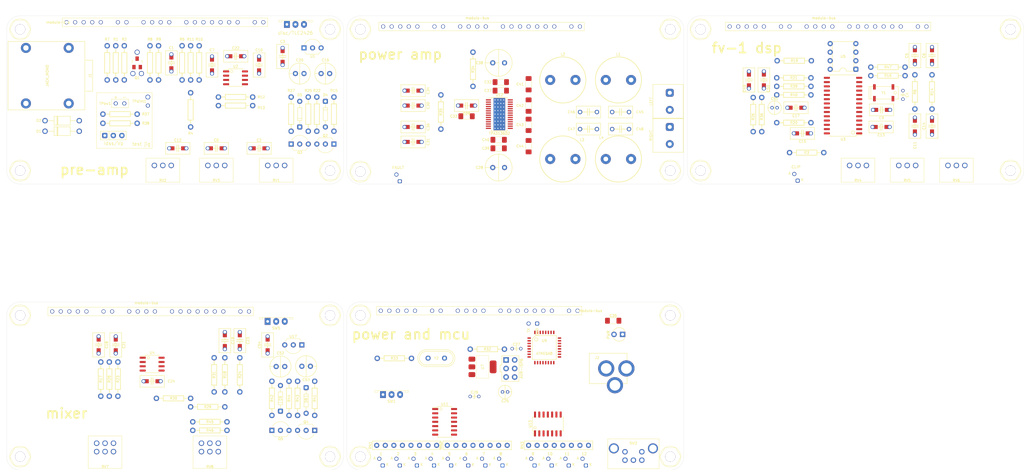
<source format=kicad_pcb>
(kicad_pcb (version 20171130) (host pcbnew "(5.1.6)-1")
  (layers (0 F.Cu signal) (1 In1.Cu signal) (2 In2.Cu power) (31 B.Cu power) (34 B.Paste user) (35 F.Paste user) (36 B.SilkS user) (37 F.SilkS user) (38 B.Mask user) (39 F.Mask user) (44 Edge.Cuts user))
  (net 0 "")
  (net 1 "Net-(C1-Pad1)")
  (net 2 "Net-(C2-Pad1)")
  (net 3 GND)
  (net 4 "Net-(C4-Pad1)")
  (net 5 "Net-(C7-Pad2)")
  (net 6 "Net-(C12-Pad1)")
  (net 7 "Net-(C8-Pad1)")
  (net 8 "Net-(C10-Pad2)")
  (net 9 "Net-(C12-Pad2)")
  (net 10 +3V3)
  (net 11 "Net-(C18-Pad2)")
  (net 12 "Net-(C19-Pad2)")
  (net 13 "Net-(C21-Pad2)")
  (net 14 "Net-(C27-Pad1)")
  (net 15 "Net-(C34-Pad2)")
  (net 16 "Net-(C36-Pad1)")
  (net 17 "Net-(C41-Pad2)")
  (net 18 "Net-(C41-Pad1)")
  (net 19 "Net-(C42-Pad1)")
  (net 20 "Net-(C43-Pad2)")
  (net 21 "Net-(C43-Pad1)")
  (net 22 "Net-(C44-Pad1)")
  (net 23 "Net-(C46-Pad1)")
  (net 24 "Net-(C48-Pad1)")
  (net 25 "Net-(D1-Pad1)")
  (net 26 "Net-(D3-Pad1)")
  (net 27 "Net-(D4-Pad2)")
  (net 28 "Net-(D5-Pad1)")
  (net 29 "Net-(D6-Pad1)")
  (net 30 "Net-(D7-Pad2)")
  (net 31 "Net-(J4-Pad1)")
  (net 32 "Net-(Q2-Pad3)")
  (net 33 "Net-(Q3-Pad3)")
  (net 34 "Net-(R3-Pad2)")
  (net 35 "Net-(R17-Pad2)")
  (net 36 "Net-(R18-Pad2)")
  (net 37 "Net-(R23-Pad2)")
  (net 38 "Net-(R28-Pad2)")
  (net 39 "Net-(R30-Pad2)")
  (net 40 "Net-(RN1-Pad3)")
  (net 41 "Net-(RN1-Pad1)")
  (net 42 "Net-(RN1-Pad5)")
  (net 43 "Net-(RN1-Pad7)")
  (net 44 "Net-(RN2-Pad3)")
  (net 45 "Net-(RN2-Pad1)")
  (net 46 "Net-(RN2-Pad5)")
  (net 47 "Net-(RN2-Pad7)")
  (net 48 "Net-(RN3-Pad3)")
  (net 49 "Net-(RN3-Pad1)")
  (net 50 "Net-(RN3-Pad5)")
  (net 51 "Net-(RN3-Pad7)")
  (net 52 "Net-(RV4-Pad2)")
  (net 53 "Net-(RV5-Pad2)")
  (net 54 "Net-(U3-Pad10)")
  (net 55 "Net-(RV1-Pad2)")
  (net 56 "Net-(RV6-Pad2)")
  (net 57 "Net-(R38-Pad1)")
  (net 58 +12V)
  (net 59 "Net-(C10-Pad1)")
  (net 60 "/pre amp/jfet_s")
  (net 61 "/pre amp/jfet_g")
  (net 62 "/pre amp/jfet_d")
  (net 63 "/pre amp/vgnd_tle")
  (net 64 "/pre amp/vgnd_disc")
  (net 65 "/pre amp/PA_VGND")
  (net 66 /FV-1/FV_RIN)
  (net 67 "Net-(C5-Pad1)")
  (net 68 /FV-1/FV_LIN)
  (net 69 "Net-(C6-Pad1)")
  (net 70 "Net-(C11-Pad2)")
  (net 71 /FV-1/MID)
  (net 72 "Net-(C14-Pad2)")
  (net 73 "Net-(C30-Pad2)")
  (net 74 "Net-(C30-Pad1)")
  (net 75 "Net-(C31-Pad2)")
  (net 76 "Net-(C31-Pad1)")
  (net 77 "/Class D audio power amp/GVDD")
  (net 78 "Net-(C34-Pad1)")
  (net 79 "Net-(C36-Pad2)")
  (net 80 "Net-(C42-Pad2)")
  (net 81 "Net-(C44-Pad2)")
  (net 82 "Net-(C45-Pad2)")
  (net 83 "Net-(C47-Pad2)")
  (net 84 /FV-1/FV_LOUT)
  (net 85 /FV-1/FV_ROUT)
  (net 86 "Net-(J3-Pad1)")
  (net 87 "Net-(J5-Pad1)")
  (net 88 "Net-(J6-Pad1)")
  (net 89 "Net-(J7-Pad1)")
  (net 90 /FV-1/T0)
  (net 91 /FV-1/WP)
  (net 92 /FV-1/S0)
  (net 93 "Net-(R26-Pad2)")
  (net 94 "/Class D audio power amp/SD_FAULT")
  (net 95 "Net-(R36-Pad2)")
  (net 96 /FV-1/S1)
  (net 97 /FV-1/S2)
  (net 98 /FV-1/SDA)
  (net 99 /FV-1/SCL)
  (net 100 "Net-(U12-Pad13)")
  (net 101 "Net-(U12-Pad6)")
  (net 102 "Net-(U12-Pad5)")
  (net 103 "Net-(U14-Pad19)")
  (net 104 "Net-(U14-Pad18)")
  (net 105 "Net-(U14-Pad17)")
  (net 106 "Net-(U14-Pad16)")
  (net 107 "Net-(U14-Pad15)")
  (net 108 "Net-(U14-Pad14)")
  (net 109 "Net-(U14-Pad13)")
  (net 110 "Net-(U14-Pad12)")
  (net 111 "Net-(U14-Pad11)")
  (net 112 "Net-(U14-Pad10)")
  (net 113 "Net-(U14-Pad9)")
  (net 114 "Net-(U14-Pad8)")
  (net 115 "Net-(U14-Pad5)")
  (net 116 "Net-(U14-Pad4)")
  (net 117 "Net-(U14-Pad2)")
  (net 118 "Net-(J8-Pad1)")
  (net 119 "Net-(J9-Pad1)")
  (net 120 "Net-(J10-Pad1)")
  (net 121 "Net-(J11-Pad1)")
  (net 122 "Net-(J12-Pad1)")
  (net 123 "Net-(J13-Pad1)")
  (net 124 "Net-(J14-Pad1)")
  (net 125 "Net-(J15-Pad1)")
  (net 126 "Net-(C23-Pad2)")
  (net 127 "Net-(R24-Pad2)")
  (net 128 "Net-(C26-Pad1)")
  (net 129 "Net-(U8-Pad19)")
  (net 130 "Net-(U8-Pad14)")
  (net 131 "Net-(U8-Pad13)")
  (net 132 "Net-(U8-Pad12)")
  (net 133 "Net-(J24-Pad1)")
  (net 134 "Net-(J25-Pad1)")
  (net 135 "Net-(J26-Pad1)")
  (net 136 "Net-(J27-Pad1)")
  (net 137 "Net-(U15-Pad19)")
  (net 138 "Net-(U15-Pad18)")
  (net 139 "Net-(U15-Pad17)")
  (net 140 "Net-(U15-Pad16)")
  (net 141 "Net-(U15-Pad4)")
  (net 142 "Net-(U15-Pad3)")
  (net 143 "Net-(U15-Pad2)")
  (net 144 "/pre amp/PA_OUT")
  (net 145 /mixer/FVL)
  (net 146 /mixer/PAL)
  (net 147 /mixer/FVR)
  (net 148 /mixer/PAR)
  (net 149 /mixer/vgnd_disc)
  (net 150 /mixer/vgnd_tle)
  (net 151 "Net-(D8-Pad2)")
  (net 152 "Net-(D9-Pad1)")
  (net 153 "Net-(Q4-Pad3)")
  (net 154 "Net-(Q5-Pad3)")
  (net 155 "Net-(U6-Pad15)")
  (net 156 "Net-(U6-Pad14)")
  (net 157 "Net-(U6-Pad13)")
  (net 158 "Net-(U6-Pad12)")
  (net 159 "Net-(U6-Pad11)")
  (net 160 "Net-(U6-Pad10)")
  (net 161 "Net-(U6-Pad9)")
  (net 162 "Net-(U6-Pad8)")
  (net 163 "Net-(U6-Pad7)")
  (net 164 "Net-(U6-Pad6)")
  (net 165 "Net-(U6-Pad5)")
  (net 166 "Net-(U6-Pad4)")
  (net 167 "Net-(U6-Pad2)")
  (net 168 "Net-(U16-Pad15)")
  (net 169 "Net-(U16-Pad14)")
  (net 170 "Net-(U16-Pad13)")
  (net 171 "Net-(U16-Pad12)")
  (net 172 "Net-(U16-Pad11)")
  (net 173 "Net-(U16-Pad10)")
  (net 174 "Net-(U16-Pad5)")
  (net 175 "Net-(U16-Pad4)")
  (net 176 "Net-(U16-Pad2)")
  (net 177 /FV-1/REFP)
  (net 178 /mixer/MIX_VGND)
  (net 179 /mixer/MIXL)
  (net 180 /mixer/MIXR)
  (net 181 /FV-1/A0)
  (net 182 "Net-(U6-Pad20)")
  (net 183 "Net-(U14-Pad20)")
  (net 184 "Net-(U16-Pad20)")
  (net 185 "Net-(C25-Pad1)")
  (net 186 "Net-(J2-Pad1)")
  (net 187 "/power and MCU/DBG_TX")
  (net 188 "/power and MCU/AVR_RST")
  (net 189 "/power and MCU/ROT_SW")
  (net 190 "Net-(SW2-Pad3)")
  (net 191 "Net-(SW2-Pad1)")
  (net 192 "Net-(U8-Pad20)")
  (net 193 "Net-(U8-Pad18)")
  (net 194 "Net-(U8-Pad17)")
  (net 195 "Net-(U8-Pad16)")
  (net 196 "Net-(U8-Pad15)")
  (net 197 "Net-(U8-Pad11)")
  (net 198 "Net-(U8-Pad10)")
  (net 199 "Net-(U8-Pad9)")
  (net 200 "Net-(U8-Pad8)")
  (net 201 "Net-(U8-Pad7)")
  (net 202 "Net-(U8-Pad6)")
  (net 203 "Net-(U8-Pad4)")
  (net 204 "Net-(U8-Pad2)")
  (net 205 "/power and MCU/LED_DT")
  (net 206 "/power and MCU/WP")
  (net 207 "/power and MCU/SCL")
  (net 208 "/power and MCU/SDA")
  (net 209 "/power and MCU/T0")
  (net 210 "/power and MCU/S0")
  (net 211 "/power and MCU/S1")
  (net 212 "/power and MCU/S2")
  (net 213 "Net-(U9-Pad22)")
  (net 214 "Net-(U9-Pad19)")
  (net 215 "/power and MCU/SCK")
  (net 216 "/power and MCU/MISO")
  (net 217 "/power and MCU/MOSI")
  (net 218 "Net-(U9-Pad14)")
  (net 219 "Net-(U9-Pad13)")
  (net 220 "Net-(U9-Pad12)")
  (net 221 "/power and MCU/LED_RST")
  (net 222 "/power and MCU/LED_CK")
  (net 223 "Net-(J17-Pad1)")
  (net 224 "Net-(J18-Pad1)")
  (net 225 "Net-(J19-Pad1)")
  (net 226 "Net-(D10-Pad2)")
  (net 227 "Net-(D11-Pad2)")
  (net 228 "Net-(D12-Pad2)")
  (net 229 "Net-(D13-Pad2)")
  (net 230 "Net-(D14-Pad2)")
  (net 231 "Net-(D15-Pad2)")
  (net 232 "Net-(D16-Pad2)")
  (net 233 "Net-(D17-Pad2)")
  (net 234 "Net-(D18-Pad2)")
  (net 235 "Net-(D19-Pad2)")
  (net 236 "Net-(D20-Pad2)")
  (net 237 "Net-(D21-Pad2)")
  (net 238 "Net-(D18-Pad1)")
  (net 239 "Net-(U13-Pad13)")
  (net 240 "Net-(U13-Pad12)")
  (net 241 "Net-(U13-Pad11)")
  (net 242 "Net-(U13-Pad10)")
  (module myAmp:C_5MM_1206 (layer F.Cu) (at 224.79 19.05 90)
    (fp_text reference C50 (at -2.54 1.27 90) (layer F.SilkS) (effects (font (size 0.75 0.75))))
    (fp_text value 10nF hide)
    (pad 2 smd rect (at 1.7 0 90) (size 1.4 1.2) (layers F.Cu F.Paste F.Mask) (net 3 GND))
    (pad 1 smd rect (at -1.7 0 90) (size 1.4 1.2) (layers F.Cu F.Paste F.Mask) (net 85 /FV-1/FV_ROUT))
    (pad 2 thru_hole circle (at 2.54 0 90) (size 1.2 1.2) (drill 0.8) (layers *.Cu *.Mask) (net 3 GND))
    (pad 1 thru_hole circle (at -2.54 0 90) (size 1.2 1.2) (drill 0.8) (layers *.Cu *.Mask) (net 85 /FV-1/FV_ROUT))
  )
  (module myAmp:C_5MM_1206 (layer F.Cu) (at 220.345 19.05 90)
    (fp_text reference C49 (at -2.54 -1.27 90) (layer F.SilkS) (effects (font (size 0.75 0.75))))
    (fp_text value 10nF hide)
    (pad 2 smd rect (at 1.7 0 90) (size 1.4 1.2) (layers F.Cu F.Paste F.Mask) (net 3 GND))
    (pad 1 smd rect (at -1.7 0 90) (size 1.4 1.2) (layers F.Cu F.Paste F.Mask) (net 84 /FV-1/FV_LOUT))
    (pad 2 thru_hole circle (at 2.54 0 90) (size 1.2 1.2) (drill 0.8) (layers *.Cu *.Mask) (net 3 GND))
    (pad 1 thru_hole circle (at -2.54 0 90) (size 1.2 1.2) (drill 0.8) (layers *.Cu *.Mask) (net 84 /FV-1/FV_LOUT))
  )
  (module myAmp:C_5MM_1206 (layer F.Cu) (at 136.525 26.67 180)
    (fp_text reference C29 (at 0 -2.413) (layer F.SilkS) (effects (font (size 0.75 0.75))))
    (fp_text value 1μF hide)
    (pad 2 smd rect (at 1.7 0 180) (size 1.4 1.2) (layers F.Cu F.Paste F.Mask) (net 3 GND))
    (pad 1 smd rect (at -1.7 0 180) (size 1.4 1.2) (layers F.Cu F.Paste F.Mask) (net 58 +12V))
    (pad 2 thru_hole circle (at 2.54 0 180) (size 1.2 1.2) (drill 0.8) (layers *.Cu *.Mask) (net 3 GND))
    (pad 1 thru_hole circle (at -2.54 0 180) (size 1.2 1.2) (drill 0.8) (layers *.Cu *.Mask) (net 58 +12V))
  )
  (module myAmp:C_5MM_1206 (layer F.Cu) (at 69.215 96.52 270)
    (fp_text reference C23 (at 0 -2.413 90) (layer F.SilkS) (effects (font (size 0.75 0.75))))
    (fp_text value 1µF hide)
    (pad 2 smd rect (at 1.7 0 270) (size 1.4 1.2) (layers F.Cu F.Paste F.Mask) (net 126 "Net-(C23-Pad2)"))
    (pad 1 smd rect (at -1.7 0 270) (size 1.4 1.2) (layers F.Cu F.Paste F.Mask) (net 148 /mixer/PAR))
    (pad 2 thru_hole circle (at 2.54 0 270) (size 1.2 1.2) (drill 0.8) (layers *.Cu *.Mask) (net 126 "Net-(C23-Pad2)"))
    (pad 1 thru_hole circle (at -2.54 0 270) (size 1.2 1.2) (drill 0.8) (layers *.Cu *.Mask) (net 148 /mixer/PAR))
  )
  (module myAmp:C_5MM_1206 (layer F.Cu) (at 32.385 97.79 270)
    (fp_text reference C21 (at 0 -2.413 90) (layer F.SilkS) (effects (font (size 0.75 0.75))))
    (fp_text value 1µF hide)
    (pad 2 smd rect (at 1.7 0 270) (size 1.4 1.2) (layers F.Cu F.Paste F.Mask) (net 13 "Net-(C21-Pad2)"))
    (pad 1 smd rect (at -1.7 0 270) (size 1.4 1.2) (layers F.Cu F.Paste F.Mask) (net 147 /mixer/FVR))
    (pad 2 thru_hole circle (at 2.54 0 270) (size 1.2 1.2) (drill 0.8) (layers *.Cu *.Mask) (net 13 "Net-(C21-Pad2)"))
    (pad 1 thru_hole circle (at -2.54 0 270) (size 1.2 1.2) (drill 0.8) (layers *.Cu *.Mask) (net 147 /mixer/FVR))
  )
  (module myAmp:C_5MM_1206 (layer F.Cu) (at 64.77 96.52 270)
    (fp_text reference C19 (at 0 -2.413 90) (layer F.SilkS) (effects (font (size 0.75 0.75))))
    (fp_text value 1µF hide)
    (pad 2 smd rect (at 1.7 0 270) (size 1.4 1.2) (layers F.Cu F.Paste F.Mask) (net 12 "Net-(C19-Pad2)"))
    (pad 1 smd rect (at -1.7 0 270) (size 1.4 1.2) (layers F.Cu F.Paste F.Mask) (net 146 /mixer/PAL))
    (pad 2 thru_hole circle (at 2.54 0 270) (size 1.2 1.2) (drill 0.8) (layers *.Cu *.Mask) (net 12 "Net-(C19-Pad2)"))
    (pad 1 thru_hole circle (at -2.54 0 270) (size 1.2 1.2) (drill 0.8) (layers *.Cu *.Mask) (net 146 /mixer/PAL))
  )
  (module myAmp:C_5MM_1206 (layer F.Cu) (at 27.305 97.79 270)
    (fp_text reference C18 (at 0 -2.413 90) (layer F.SilkS) (effects (font (size 0.75 0.75))))
    (fp_text value 1µF hide)
    (pad 2 smd rect (at 1.7 0 270) (size 1.4 1.2) (layers F.Cu F.Paste F.Mask) (net 11 "Net-(C18-Pad2)"))
    (pad 1 smd rect (at -1.7 0 270) (size 1.4 1.2) (layers F.Cu F.Paste F.Mask) (net 145 /mixer/FVL))
    (pad 2 thru_hole circle (at 2.54 0 270) (size 1.2 1.2) (drill 0.8) (layers *.Cu *.Mask) (net 11 "Net-(C18-Pad2)"))
    (pad 1 thru_hole circle (at -2.54 0 270) (size 1.2 1.2) (drill 0.8) (layers *.Cu *.Mask) (net 145 /mixer/FVL))
  )
  (module myAmp:C_5MM_1206 (layer F.Cu) (at 234.315 27.305 180)
    (fp_text reference C17 (at 0 -2.413) (layer F.SilkS) (effects (font (size 0.75 0.75))))
    (fp_text value 100nF hide)
    (pad 2 smd rect (at 1.7 0 180) (size 1.4 1.2) (layers F.Cu F.Paste F.Mask) (net 3 GND))
    (pad 1 smd rect (at -1.7 0 180) (size 1.4 1.2) (layers F.Cu F.Paste F.Mask) (net 10 +3V3))
    (pad 2 thru_hole circle (at 2.54 0 180) (size 1.2 1.2) (drill 0.8) (layers *.Cu *.Mask) (net 3 GND))
    (pad 1 thru_hole circle (at -2.54 0 180) (size 1.2 1.2) (drill 0.8) (layers *.Cu *.Mask) (net 10 +3V3))
  )
  (module myAmp:C_5MM_1206 (layer F.Cu) (at 236.22 34.925 180)
    (fp_text reference C15 (at 0 -2.413) (layer F.SilkS) (effects (font (size 0.75 0.75))))
    (fp_text value 1µF hide)
    (pad 2 smd rect (at 1.7 0 180) (size 1.4 1.2) (layers F.Cu F.Paste F.Mask) (net 3 GND))
    (pad 1 smd rect (at -1.7 0 180) (size 1.4 1.2) (layers F.Cu F.Paste F.Mask) (net 177 /FV-1/REFP))
    (pad 2 thru_hole circle (at 2.54 0 180) (size 1.2 1.2) (drill 0.8) (layers *.Cu *.Mask) (net 3 GND))
    (pad 1 thru_hole circle (at -2.54 0 180) (size 1.2 1.2) (drill 0.8) (layers *.Cu *.Mask) (net 177 /FV-1/REFP))
  )
  (module myAmp:C_5MM_1206 (layer F.Cu) (at 259.588 33.02 180)
    (fp_text reference C13 (at 0 -2.413) (layer F.SilkS) (effects (font (size 0.75 0.75))))
    (fp_text value 1µF hide)
    (pad 2 smd rect (at 1.7 0 180) (size 1.4 1.2) (layers F.Cu F.Paste F.Mask) (net 71 /FV-1/MID))
    (pad 1 smd rect (at -1.7 0 180) (size 1.4 1.2) (layers F.Cu F.Paste F.Mask) (net 3 GND))
    (pad 2 thru_hole circle (at 2.54 0 180) (size 1.2 1.2) (drill 0.8) (layers *.Cu *.Mask) (net 71 /FV-1/MID))
    (pad 1 thru_hole circle (at -2.54 0 180) (size 1.2 1.2) (drill 0.8) (layers *.Cu *.Mask) (net 3 GND))
  )
  (module myAmp:C_5MM_1206 (layer F.Cu) (at 259.715 27.94 180)
    (fp_text reference C9 (at 0 -2.413) (layer F.SilkS) (effects (font (size 0.75 0.75))))
    (fp_text value 100nF hide)
    (pad 2 smd rect (at 1.7 0 180) (size 1.4 1.2) (layers F.Cu F.Paste F.Mask) (net 10 +3V3))
    (pad 1 smd rect (at -1.7 0 180) (size 1.4 1.2) (layers F.Cu F.Paste F.Mask) (net 3 GND))
    (pad 2 thru_hole circle (at 2.54 0 180) (size 1.2 1.2) (drill 0.8) (layers *.Cu *.Mask) (net 10 +3V3))
    (pad 1 thru_hole circle (at -2.54 0 180) (size 1.2 1.2) (drill 0.8) (layers *.Cu *.Mask) (net 3 GND))
  )
  (module myAmp:C_5MM_1206 (layer F.Cu) (at 269.621 11.811 90)
    (fp_text reference C5 (at 0 -2.413 90) (layer F.SilkS) (effects (font (size 0.75 0.75))))
    (fp_text value 1µF hide)
    (pad 2 smd rect (at 1.7 0 90) (size 1.4 1.2) (layers F.Cu F.Paste F.Mask) (net 66 /FV-1/FV_RIN))
    (pad 1 smd rect (at -1.7 0 90) (size 1.4 1.2) (layers F.Cu F.Paste F.Mask) (net 67 "Net-(C5-Pad1)"))
    (pad 2 thru_hole circle (at 2.54 0 90) (size 1.2 1.2) (drill 0.8) (layers *.Cu *.Mask) (net 66 /FV-1/FV_RIN))
    (pad 1 thru_hole circle (at -2.54 0 90) (size 1.2 1.2) (drill 0.8) (layers *.Cu *.Mask) (net 67 "Net-(C5-Pad1)"))
  )
  (module myAmp:C_5MM_1206 (layer F.Cu) (at 274.701 32.766 90)
    (fp_text reference C14 (at 0 -2.413 90) (layer F.SilkS) (effects (font (size 0.75 0.75))))
    (fp_text value 1nF hide)
    (pad 2 smd rect (at 1.7 0 90) (size 1.4 1.2) (layers F.Cu F.Paste F.Mask) (net 72 "Net-(C14-Pad2)"))
    (pad 1 smd rect (at -1.7 0 90) (size 1.4 1.2) (layers F.Cu F.Paste F.Mask) (net 3 GND))
    (pad 2 thru_hole circle (at 2.54 0 90) (size 1.2 1.2) (drill 0.8) (layers *.Cu *.Mask) (net 72 "Net-(C14-Pad2)"))
    (pad 1 thru_hole circle (at -2.54 0 90) (size 1.2 1.2) (drill 0.8) (layers *.Cu *.Mask) (net 3 GND))
  )
  (module myAmp:C_5MM_1206 (layer F.Cu) (at 269.621 32.766 90)
    (fp_text reference C11 (at -5.715 0 90) (layer F.SilkS) (effects (font (size 0.75 0.75))))
    (fp_text value 1nF hide)
    (pad 2 smd rect (at 1.7 0 90) (size 1.4 1.2) (layers F.Cu F.Paste F.Mask) (net 70 "Net-(C11-Pad2)"))
    (pad 1 smd rect (at -1.7 0 90) (size 1.4 1.2) (layers F.Cu F.Paste F.Mask) (net 3 GND))
    (pad 2 thru_hole circle (at 2.54 0 90) (size 1.2 1.2) (drill 0.8) (layers *.Cu *.Mask) (net 70 "Net-(C11-Pad2)"))
    (pad 1 thru_hole circle (at -2.54 0 90) (size 1.2 1.2) (drill 0.8) (layers *.Cu *.Mask) (net 3 GND))
  )
  (module myAmp:C_5MM_1206 (layer F.Cu) (at 274.701 11.811 90)
    (fp_text reference C6 (at 0 -2.413 90) (layer F.SilkS) (effects (font (size 0.75 0.75))))
    (fp_text value 1µF hide)
    (pad 2 smd rect (at 1.7 0 90) (size 1.4 1.2) (layers F.Cu F.Paste F.Mask) (net 68 /FV-1/FV_LIN))
    (pad 1 smd rect (at -1.7 0 90) (size 1.4 1.2) (layers F.Cu F.Paste F.Mask) (net 69 "Net-(C6-Pad1)"))
    (pad 2 thru_hole circle (at 2.54 0 90) (size 1.2 1.2) (drill 0.8) (layers *.Cu *.Mask) (net 68 /FV-1/FV_LIN))
    (pad 1 thru_hole circle (at -2.54 0 90) (size 1.2 1.2) (drill 0.8) (layers *.Cu *.Mask) (net 69 "Net-(C6-Pad1)"))
  )
  (module myAmp:C_5MM_1206 (layer F.Cu) (at 120.65 33.02 180)
    (fp_text reference C36 (at -4.445 0 270) (layer F.SilkS) (effects (font (size 0.75 0.75))))
    (fp_text value 1μF hide)
    (pad 2 smd rect (at 1.7 0 180) (size 1.4 1.2) (layers F.Cu F.Paste F.Mask) (net 79 "Net-(C36-Pad2)"))
    (pad 1 smd rect (at -1.7 0 180) (size 1.4 1.2) (layers F.Cu F.Paste F.Mask) (net 16 "Net-(C36-Pad1)"))
    (pad 2 thru_hole circle (at 2.54 0 180) (size 1.2 1.2) (drill 0.8) (layers *.Cu *.Mask) (net 79 "Net-(C36-Pad2)"))
    (pad 1 thru_hole circle (at -2.54 0 180) (size 1.2 1.2) (drill 0.8) (layers *.Cu *.Mask) (net 16 "Net-(C36-Pad1)"))
  )
  (module myAmp:C_5MM_1206 (layer F.Cu) (at 120.65 22.225 180)
    (fp_text reference C34 (at -4.445 0 270) (layer F.SilkS) (effects (font (size 0.75 0.75))))
    (fp_text value 1μF hide)
    (pad 2 smd rect (at 1.7 0 180) (size 1.4 1.2) (layers F.Cu F.Paste F.Mask) (net 15 "Net-(C34-Pad2)"))
    (pad 1 smd rect (at -1.7 0 180) (size 1.4 1.2) (layers F.Cu F.Paste F.Mask) (net 78 "Net-(C34-Pad1)"))
    (pad 2 thru_hole circle (at 2.54 0 180) (size 1.2 1.2) (drill 0.8) (layers *.Cu *.Mask) (net 15 "Net-(C34-Pad2)"))
    (pad 1 thru_hole circle (at -2.54 0 180) (size 1.2 1.2) (drill 0.8) (layers *.Cu *.Mask) (net 78 "Net-(C34-Pad1)"))
  )
  (module myAmp:C_5MM_1206 (layer F.Cu) (at 120.65 37.465 180)
    (fp_text reference C31 (at -4.445 0 270) (layer F.SilkS) (effects (font (size 0.75 0.75))))
    (fp_text value 1μF hide)
    (pad 2 smd rect (at 1.7 0 180) (size 1.4 1.2) (layers F.Cu F.Paste F.Mask) (net 75 "Net-(C31-Pad2)"))
    (pad 1 smd rect (at -1.7 0 180) (size 1.4 1.2) (layers F.Cu F.Paste F.Mask) (net 76 "Net-(C31-Pad1)"))
    (pad 2 thru_hole circle (at 2.54 0 180) (size 1.2 1.2) (drill 0.8) (layers *.Cu *.Mask) (net 75 "Net-(C31-Pad2)"))
    (pad 1 thru_hole circle (at -2.54 0 180) (size 1.2 1.2) (drill 0.8) (layers *.Cu *.Mask) (net 76 "Net-(C31-Pad1)"))
  )
  (module myAmp:C_5MM_1206 (layer F.Cu) (at 120.65 26.67 180)
    (fp_text reference C30 (at -4.445 0 270) (layer F.SilkS) (effects (font (size 0.75 0.75))))
    (fp_text value 1μF hide)
    (pad 2 smd rect (at 1.7 0 180) (size 1.4 1.2) (layers F.Cu F.Paste F.Mask) (net 73 "Net-(C30-Pad2)"))
    (pad 1 smd rect (at -1.7 0 180) (size 1.4 1.2) (layers F.Cu F.Paste F.Mask) (net 74 "Net-(C30-Pad1)"))
    (pad 2 thru_hole circle (at 2.54 0 180) (size 1.2 1.2) (drill 0.8) (layers *.Cu *.Mask) (net 73 "Net-(C30-Pad2)"))
    (pad 1 thru_hole circle (at -2.54 0 180) (size 1.2 1.2) (drill 0.8) (layers *.Cu *.Mask) (net 74 "Net-(C30-Pad1)"))
  )
  (module myAmp:C_5MM_1206 (layer F.Cu) (at 77.47 97.79 90)
    (fp_text reference C54 (at 0 -2.413 90) (layer F.SilkS) (effects (font (size 0.75 0.75))))
    (fp_text value 100nF hide)
    (pad 2 smd rect (at 1.7 0 90) (size 1.4 1.2) (layers F.Cu F.Paste F.Mask) (net 150 /mixer/vgnd_tle))
    (pad 1 smd rect (at -1.7 0 90) (size 1.4 1.2) (layers F.Cu F.Paste F.Mask) (net 3 GND))
    (pad 2 thru_hole circle (at 2.54 0 90) (size 1.2 1.2) (drill 0.8) (layers *.Cu *.Mask) (net 150 /mixer/vgnd_tle))
    (pad 1 thru_hole circle (at -2.54 0 90) (size 1.2 1.2) (drill 0.8) (layers *.Cu *.Mask) (net 3 GND))
  )
  (module myAmp:C_5MM_1206 (layer F.Cu) (at 43.18 108.585)
    (fp_text reference C24 (at 5.715 0) (layer F.SilkS) (effects (font (size 0.75 0.75))))
    (fp_text value 100nF hide)
    (pad 2 smd rect (at 1.7 0) (size 1.4 1.2) (layers F.Cu F.Paste F.Mask) (net 58 +12V))
    (pad 1 smd rect (at -1.7 0) (size 1.4 1.2) (layers F.Cu F.Paste F.Mask) (net 3 GND))
    (pad 2 thru_hole circle (at 2.54 0) (size 1.2 1.2) (drill 0.8) (layers *.Cu *.Mask) (net 58 +12V))
    (pad 1 thru_hole circle (at -2.54 0) (size 1.2 1.2) (drill 0.8) (layers *.Cu *.Mask) (net 3 GND))
  )
  (module myAmp:C_5MM_1206 (layer F.Cu) (at 68 12)
    (fp_text reference C22 (at 0 -2.413) (layer F.SilkS) (effects (font (size 0.75 0.75))))
    (fp_text value 100nF hide)
    (pad 2 smd rect (at 1.7 0) (size 1.4 1.2) (layers F.Cu F.Paste F.Mask) (net 58 +12V))
    (pad 1 smd rect (at -1.7 0) (size 1.4 1.2) (layers F.Cu F.Paste F.Mask) (net 3 GND))
    (pad 2 thru_hole circle (at 2.54 0) (size 1.2 1.2) (drill 0.8) (layers *.Cu *.Mask) (net 58 +12V))
    (pad 1 thru_hole circle (at -2.54 0) (size 1.2 1.2) (drill 0.8) (layers *.Cu *.Mask) (net 3 GND))
  )
  (module myAmp:C_5MM_1206 (layer F.Cu) (at 50.8 39.37)
    (fp_text reference C12 (at 0 -2.413) (layer F.SilkS) (effects (font (size 0.75 0.75))))
    (fp_text value 47nF hide)
    (pad 2 smd rect (at 1.7 0) (size 1.4 1.2) (layers F.Cu F.Paste F.Mask) (net 9 "Net-(C12-Pad2)"))
    (pad 1 smd rect (at -1.7 0) (size 1.4 1.2) (layers F.Cu F.Paste F.Mask) (net 6 "Net-(C12-Pad1)"))
    (pad 2 thru_hole circle (at 2.54 0) (size 1.2 1.2) (drill 0.8) (layers *.Cu *.Mask) (net 9 "Net-(C12-Pad2)"))
    (pad 1 thru_hole circle (at -2.54 0) (size 1.2 1.2) (drill 0.8) (layers *.Cu *.Mask) (net 6 "Net-(C12-Pad1)"))
  )
  (module myAmp:C_5MM_1206 (layer F.Cu) (at 74.93 14.605 270)
    (fp_text reference C10 (at -4.445 0 180) (layer F.SilkS) (effects (font (size 0.75 0.75))))
    (fp_text value 1nF hide)
    (pad 2 smd rect (at 1.7 0 270) (size 1.4 1.2) (layers F.Cu F.Paste F.Mask) (net 8 "Net-(C10-Pad2)"))
    (pad 1 smd rect (at -1.7 0 270) (size 1.4 1.2) (layers F.Cu F.Paste F.Mask) (net 59 "Net-(C10-Pad1)"))
    (pad 2 thru_hole circle (at 2.54 0 270) (size 1.2 1.2) (drill 0.8) (layers *.Cu *.Mask) (net 8 "Net-(C10-Pad2)"))
    (pad 1 thru_hole circle (at -2.54 0 270) (size 1.2 1.2) (drill 0.8) (layers *.Cu *.Mask) (net 59 "Net-(C10-Pad1)"))
  )
  (module myAmp:C_5MM_1206 (layer F.Cu) (at 62.23 39.37)
    (fp_text reference C8 (at 0 -2.413) (layer F.SilkS) (effects (font (size 0.75 0.75))))
    (fp_text value 100nF hide)
    (pad 2 smd rect (at 1.7 0) (size 1.4 1.2) (layers F.Cu F.Paste F.Mask) (net 6 "Net-(C12-Pad1)"))
    (pad 1 smd rect (at -1.7 0) (size 1.4 1.2) (layers F.Cu F.Paste F.Mask) (net 7 "Net-(C8-Pad1)"))
    (pad 2 thru_hole circle (at 2.54 0) (size 1.2 1.2) (drill 0.8) (layers *.Cu *.Mask) (net 6 "Net-(C12-Pad1)"))
    (pad 1 thru_hole circle (at -2.54 0) (size 1.2 1.2) (drill 0.8) (layers *.Cu *.Mask) (net 7 "Net-(C8-Pad1)"))
  )
  (module myAmp:C_5MM_1206 (layer F.Cu) (at 60.96 14.605 270)
    (fp_text reference C7 (at -4.445 0 180) (layer F.SilkS) (effects (font (size 0.75 0.75))))
    (fp_text value 1nF hide)
    (pad 2 smd rect (at 1.7 0 270) (size 1.4 1.2) (layers F.Cu F.Paste F.Mask) (net 5 "Net-(C7-Pad2)"))
    (pad 1 smd rect (at -1.7 0 270) (size 1.4 1.2) (layers F.Cu F.Paste F.Mask) (net 144 "/pre amp/PA_OUT"))
    (pad 2 thru_hole circle (at 2.54 0 270) (size 1.2 1.2) (drill 0.8) (layers *.Cu *.Mask) (net 5 "Net-(C7-Pad2)"))
    (pad 1 thru_hole circle (at -2.54 0 270) (size 1.2 1.2) (drill 0.8) (layers *.Cu *.Mask) (net 144 "/pre amp/PA_OUT"))
  )
  (module myAmp:C_5MM_1206 (layer F.Cu) (at 74.93 39.37)
    (fp_text reference C2 (at 0 -2.413) (layer F.SilkS) (effects (font (size 0.75 0.75))))
    (fp_text value 250pF hide)
    (pad 2 smd rect (at 1.7 0) (size 1.4 1.2) (layers F.Cu F.Paste F.Mask) (net 59 "Net-(C10-Pad1)"))
    (pad 1 smd rect (at -1.7 0) (size 1.4 1.2) (layers F.Cu F.Paste F.Mask) (net 2 "Net-(C2-Pad1)"))
    (pad 2 thru_hole circle (at 2.54 0) (size 1.2 1.2) (drill 0.8) (layers *.Cu *.Mask) (net 59 "Net-(C10-Pad1)"))
    (pad 1 thru_hole circle (at -2.54 0) (size 1.2 1.2) (drill 0.8) (layers *.Cu *.Mask) (net 2 "Net-(C2-Pad1)"))
  )
  (module myAmp:C_5MM_1206 (layer F.Cu) (at 48.895 13.97 90)
    (fp_text reference C1 (at 4.445 0 180) (layer F.SilkS) (effects (font (size 0.75 0.75))))
    (fp_text value 1μF hide)
    (pad 2 smd rect (at 1.7 0 90) (size 1.4 1.2) (layers F.Cu F.Paste F.Mask) (net 62 "/pre amp/jfet_d"))
    (pad 1 smd rect (at -1.7 0 90) (size 1.4 1.2) (layers F.Cu F.Paste F.Mask) (net 1 "Net-(C1-Pad1)"))
    (pad 2 thru_hole circle (at 2.54 0 90) (size 1.2 1.2) (drill 0.8) (layers *.Cu *.Mask) (net 62 "/pre amp/jfet_d"))
    (pad 1 thru_hole circle (at -2.54 0 90) (size 1.2 1.2) (drill 0.8) (layers *.Cu *.Mask) (net 1 "Net-(C1-Pad1)"))
  )
  (module myAmp:C_5MM_1206 (layer F.Cu) (at 81.915 12.065 90)
    (fp_text reference C3 (at 4.445 0 180) (layer F.SilkS) (effects (font (size 0.75 0.75))))
    (fp_text value 100nF hide)
    (pad 2 smd rect (at 1.7 0 90) (size 1.4 1.2) (layers F.Cu F.Paste F.Mask) (net 63 "/pre amp/vgnd_tle"))
    (pad 1 smd rect (at -1.7 0 90) (size 1.4 1.2) (layers F.Cu F.Paste F.Mask) (net 3 GND))
    (pad 2 thru_hole circle (at 2.54 0 90) (size 1.2 1.2) (drill 0.8) (layers *.Cu *.Mask) (net 63 "/pre amp/vgnd_tle"))
    (pad 1 thru_hole circle (at -2.54 0 90) (size 1.2 1.2) (drill 0.8) (layers *.Cu *.Mask) (net 3 GND))
  )
  (module myAmp:modulo-bus (layer F.Cu) (at 139 87.63)
    (fp_text reference U8 hide)
    (fp_text value modulo-bus (at 34.29 0) (layer F.SilkS) (effects (font (size 0.75 0.75))))
    (pad 20 thru_hole circle (at 22.86 0) (size 1.2 1.2) (drill 0.9) (layers *.Cu *.Mask) (net 192 "Net-(U8-Pad20)"))
    (pad 19 thru_hole circle (at 2.54 0) (size 1.2 1.2) (drill 0.9) (layers *.Cu *.Mask) (net 129 "Net-(U8-Pad19)"))
    (pad 18 thru_hole circle (at 0 0) (size 1.2 1.2) (drill 0.9) (layers *.Cu *.Mask) (net 193 "Net-(U8-Pad18)"))
    (pad 17 thru_hole circle (at -2.54 0) (size 1.2 1.2) (drill 0.9) (layers *.Cu *.Mask) (net 194 "Net-(U8-Pad17)"))
    (pad 16 thru_hole circle (at -5.08 0) (size 1.2 1.2) (drill 0.9) (layers *.Cu *.Mask) (net 195 "Net-(U8-Pad16)"))
    (pad 15 thru_hole circle (at 20.32 0) (size 1.2 1.2) (drill 0.9) (layers *.Cu *.Mask) (net 196 "Net-(U8-Pad15)"))
    (pad 14 thru_hole circle (at 17.78 0) (size 1.2 1.2) (drill 0.9) (layers *.Cu *.Mask) (net 130 "Net-(U8-Pad14)"))
    (pad 13 thru_hole circle (at 15.24 0) (size 1.2 1.2) (drill 0.9) (layers *.Cu *.Mask) (net 131 "Net-(U8-Pad13)"))
    (pad 12 thru_hole circle (at 12.7 0) (size 1.2 1.2) (drill 0.9) (layers *.Cu *.Mask) (net 132 "Net-(U8-Pad12)"))
    (pad 11 thru_hole circle (at 10.16 0) (size 1.2 1.2) (drill 0.9) (layers *.Cu *.Mask) (net 197 "Net-(U8-Pad11)"))
    (pad 10 thru_hole circle (at 7.62 0) (size 1.2 1.2) (drill 0.9) (layers *.Cu *.Mask) (net 198 "Net-(U8-Pad10)"))
    (pad 9 thru_hole circle (at -10.16 0) (size 1.2 1.2) (drill 0.9) (layers *.Cu *.Mask) (net 199 "Net-(U8-Pad9)"))
    (pad 8 thru_hole circle (at -12.7 0) (size 1.2 1.2) (drill 0.9) (layers *.Cu *.Mask) (net 200 "Net-(U8-Pad8)"))
    (pad 7 thru_hole circle (at 30.48 0) (size 1.2 1.2) (drill 0.9) (layers *.Cu *.Mask) (net 201 "Net-(U8-Pad7)"))
    (pad 6 thru_hole circle (at 27.94 0) (size 1.2 1.2) (drill 0.9) (layers *.Cu *.Mask) (net 202 "Net-(U8-Pad6)"))
    (pad 5 thru_hole circle (at -17.78 0) (size 1.2 1.2) (drill 0.9) (layers *.Cu *.Mask) (net 10 +3V3))
    (pad 4 thru_hole circle (at -20.32 0) (size 1.2 1.2) (drill 0.9) (layers *.Cu *.Mask) (net 203 "Net-(U8-Pad4)"))
    (pad 3 thru_hole circle (at -22.86 0) (size 1.2 1.2) (drill 0.9) (layers *.Cu *.Mask) (net 58 +12V))
    (pad 2 thru_hole circle (at -25.4 0) (size 1.2 1.2) (drill 0.9) (layers *.Cu *.Mask) (net 204 "Net-(U8-Pad2)"))
    (pad 1 thru_hole circle (at -27.94 0) (size 1.2 1.2) (drill 0.9) (layers *.Cu *.Mask) (net 3 GND))
  )
  (module myAmp:modulo-bus (layer F.Cu) (at 41.46 87.85)
    (fp_text reference U16 hide)
    (fp_text value modulo-bus (at 0 -2.54) (layer F.SilkS) (effects (font (size 0.75 0.75))))
    (pad 20 thru_hole circle (at 22.86 0) (size 1.2 1.2) (drill 0.9) (layers *.Cu *.Mask) (net 184 "Net-(U16-Pad20)"))
    (pad 19 thru_hole circle (at 2.54 0) (size 1.2 1.2) (drill 0.9) (layers *.Cu *.Mask) (net 3 GND))
    (pad 18 thru_hole circle (at 0 0) (size 1.2 1.2) (drill 0.9) (layers *.Cu *.Mask) (net 180 /mixer/MIXR))
    (pad 17 thru_hole circle (at -2.54 0) (size 1.2 1.2) (drill 0.9) (layers *.Cu *.Mask) (net 3 GND))
    (pad 16 thru_hole circle (at -5.08 0) (size 1.2 1.2) (drill 0.9) (layers *.Cu *.Mask) (net 179 /mixer/MIXL))
    (pad 15 thru_hole circle (at 20.32 0) (size 1.2 1.2) (drill 0.9) (layers *.Cu *.Mask) (net 168 "Net-(U16-Pad15)"))
    (pad 14 thru_hole circle (at 17.78 0) (size 1.2 1.2) (drill 0.9) (layers *.Cu *.Mask) (net 169 "Net-(U16-Pad14)"))
    (pad 13 thru_hole circle (at 15.24 0) (size 1.2 1.2) (drill 0.9) (layers *.Cu *.Mask) (net 170 "Net-(U16-Pad13)"))
    (pad 12 thru_hole circle (at 12.7 0) (size 1.2 1.2) (drill 0.9) (layers *.Cu *.Mask) (net 171 "Net-(U16-Pad12)"))
    (pad 11 thru_hole circle (at 10.16 0) (size 1.2 1.2) (drill 0.9) (layers *.Cu *.Mask) (net 172 "Net-(U16-Pad11)"))
    (pad 10 thru_hole circle (at 7.62 0) (size 1.2 1.2) (drill 0.9) (layers *.Cu *.Mask) (net 173 "Net-(U16-Pad10)"))
    (pad 9 thru_hole circle (at -10.16 0) (size 1.2 1.2) (drill 0.9) (layers *.Cu *.Mask) (net 147 /mixer/FVR))
    (pad 8 thru_hole circle (at -12.7 0) (size 1.2 1.2) (drill 0.9) (layers *.Cu *.Mask) (net 145 /mixer/FVL))
    (pad 7 thru_hole circle (at 30.48 0) (size 1.2 1.2) (drill 0.9) (layers *.Cu *.Mask) (net 148 /mixer/PAR))
    (pad 6 thru_hole circle (at 27.94 0) (size 1.2 1.2) (drill 0.9) (layers *.Cu *.Mask) (net 146 /mixer/PAL))
    (pad 5 thru_hole circle (at -17.78 0) (size 1.2 1.2) (drill 0.9) (layers *.Cu *.Mask) (net 174 "Net-(U16-Pad5)"))
    (pad 4 thru_hole circle (at -20.32 0) (size 1.2 1.2) (drill 0.9) (layers *.Cu *.Mask) (net 175 "Net-(U16-Pad4)"))
    (pad 3 thru_hole circle (at -22.86 0) (size 1.2 1.2) (drill 0.9) (layers *.Cu *.Mask) (net 58 +12V))
    (pad 2 thru_hole circle (at -25.4 0) (size 1.2 1.2) (drill 0.9) (layers *.Cu *.Mask) (net 176 "Net-(U16-Pad2)"))
    (pad 1 thru_hole circle (at -27.94 0) (size 1.2 1.2) (drill 0.9) (layers *.Cu *.Mask) (net 3 GND))
  )
  (module myAmp:modulo-bus (layer F.Cu) (at 139.7 3.175)
    (fp_text reference U6 hide)
    (fp_text value modulo-bus (at 0 -2.54) (layer F.SilkS) (effects (font (size 0.75 0.75))))
    (pad 20 thru_hole circle (at 22.86 0) (size 1.2 1.2) (drill 0.9) (layers *.Cu *.Mask) (net 182 "Net-(U6-Pad20)"))
    (pad 19 thru_hole circle (at 2.54 0) (size 1.2 1.2) (drill 0.9) (layers *.Cu *.Mask) (net 75 "Net-(C31-Pad2)"))
    (pad 18 thru_hole circle (at 0 0) (size 1.2 1.2) (drill 0.9) (layers *.Cu *.Mask) (net 79 "Net-(C36-Pad2)"))
    (pad 17 thru_hole circle (at -2.54 0) (size 1.2 1.2) (drill 0.9) (layers *.Cu *.Mask) (net 73 "Net-(C30-Pad2)"))
    (pad 16 thru_hole circle (at -5.08 0) (size 1.2 1.2) (drill 0.9) (layers *.Cu *.Mask) (net 15 "Net-(C34-Pad2)"))
    (pad 15 thru_hole circle (at 20.32 0) (size 1.2 1.2) (drill 0.9) (layers *.Cu *.Mask) (net 155 "Net-(U6-Pad15)"))
    (pad 14 thru_hole circle (at 17.78 0) (size 1.2 1.2) (drill 0.9) (layers *.Cu *.Mask) (net 156 "Net-(U6-Pad14)"))
    (pad 13 thru_hole circle (at 15.24 0) (size 1.2 1.2) (drill 0.9) (layers *.Cu *.Mask) (net 157 "Net-(U6-Pad13)"))
    (pad 12 thru_hole circle (at 12.7 0) (size 1.2 1.2) (drill 0.9) (layers *.Cu *.Mask) (net 158 "Net-(U6-Pad12)"))
    (pad 11 thru_hole circle (at 10.16 0) (size 1.2 1.2) (drill 0.9) (layers *.Cu *.Mask) (net 159 "Net-(U6-Pad11)"))
    (pad 10 thru_hole circle (at 7.62 0) (size 1.2 1.2) (drill 0.9) (layers *.Cu *.Mask) (net 160 "Net-(U6-Pad10)"))
    (pad 9 thru_hole circle (at -10.16 0) (size 1.2 1.2) (drill 0.9) (layers *.Cu *.Mask) (net 161 "Net-(U6-Pad9)"))
    (pad 8 thru_hole circle (at -12.7 0) (size 1.2 1.2) (drill 0.9) (layers *.Cu *.Mask) (net 162 "Net-(U6-Pad8)"))
    (pad 7 thru_hole circle (at 30.48 0) (size 1.2 1.2) (drill 0.9) (layers *.Cu *.Mask) (net 163 "Net-(U6-Pad7)"))
    (pad 6 thru_hole circle (at 27.94 0) (size 1.2 1.2) (drill 0.9) (layers *.Cu *.Mask) (net 164 "Net-(U6-Pad6)"))
    (pad 5 thru_hole circle (at -17.78 0) (size 1.2 1.2) (drill 0.9) (layers *.Cu *.Mask) (net 165 "Net-(U6-Pad5)"))
    (pad 4 thru_hole circle (at -20.32 0) (size 1.2 1.2) (drill 0.9) (layers *.Cu *.Mask) (net 166 "Net-(U6-Pad4)"))
    (pad 3 thru_hole circle (at -22.86 0) (size 1.2 1.2) (drill 0.9) (layers *.Cu *.Mask) (net 58 +12V))
    (pad 2 thru_hole circle (at -25.4 0) (size 1.2 1.2) (drill 0.9) (layers *.Cu *.Mask) (net 167 "Net-(U6-Pad2)"))
    (pad 1 thru_hole circle (at -27.94 0) (size 1.2 1.2) (drill 0.9) (layers *.Cu *.Mask) (net 3 GND))
  )
  (module myAmp:modulo-bus (layer F.Cu) (at 242.57 3.175)
    (fp_text reference U15 hide)
    (fp_text value modulo-bus (at 0 -2.54) (layer F.SilkS) (effects (font (size 0.75 0.75))))
    (pad 20 thru_hole circle (at 22.86 0) (size 1.2 1.2) (drill 0.9) (layers *.Cu *.Mask) (net 181 /FV-1/A0))
    (pad 19 thru_hole circle (at 2.54 0) (size 1.2 1.2) (drill 0.9) (layers *.Cu *.Mask) (net 137 "Net-(U15-Pad19)"))
    (pad 18 thru_hole circle (at 0 0) (size 1.2 1.2) (drill 0.9) (layers *.Cu *.Mask) (net 138 "Net-(U15-Pad18)"))
    (pad 17 thru_hole circle (at -2.54 0) (size 1.2 1.2) (drill 0.9) (layers *.Cu *.Mask) (net 139 "Net-(U15-Pad17)"))
    (pad 16 thru_hole circle (at -5.08 0) (size 1.2 1.2) (drill 0.9) (layers *.Cu *.Mask) (net 140 "Net-(U15-Pad16)"))
    (pad 15 thru_hole circle (at 20.32 0) (size 1.2 1.2) (drill 0.9) (layers *.Cu *.Mask) (net 90 /FV-1/T0))
    (pad 14 thru_hole circle (at 17.78 0) (size 1.2 1.2) (drill 0.9) (layers *.Cu *.Mask) (net 97 /FV-1/S2))
    (pad 13 thru_hole circle (at 15.24 0) (size 1.2 1.2) (drill 0.9) (layers *.Cu *.Mask) (net 96 /FV-1/S1))
    (pad 12 thru_hole circle (at 12.7 0) (size 1.2 1.2) (drill 0.9) (layers *.Cu *.Mask) (net 92 /FV-1/S0))
    (pad 11 thru_hole circle (at 10.16 0) (size 1.2 1.2) (drill 0.9) (layers *.Cu *.Mask) (net 98 /FV-1/SDA))
    (pad 10 thru_hole circle (at 7.62 0) (size 1.2 1.2) (drill 0.9) (layers *.Cu *.Mask) (net 99 /FV-1/SCL))
    (pad 9 thru_hole circle (at -10.16 0) (size 1.2 1.2) (drill 0.9) (layers *.Cu *.Mask) (net 85 /FV-1/FV_ROUT))
    (pad 8 thru_hole circle (at -12.7 0) (size 1.2 1.2) (drill 0.9) (layers *.Cu *.Mask) (net 84 /FV-1/FV_LOUT))
    (pad 7 thru_hole circle (at 30.48 0) (size 1.2 1.2) (drill 0.9) (layers *.Cu *.Mask) (net 66 /FV-1/FV_RIN))
    (pad 6 thru_hole circle (at 27.94 0) (size 1.2 1.2) (drill 0.9) (layers *.Cu *.Mask) (net 68 /FV-1/FV_LIN))
    (pad 5 thru_hole circle (at -17.78 0) (size 1.2 1.2) (drill 0.9) (layers *.Cu *.Mask) (net 10 +3V3))
    (pad 4 thru_hole circle (at -20.32 0) (size 1.2 1.2) (drill 0.9) (layers *.Cu *.Mask) (net 141 "Net-(U15-Pad4)"))
    (pad 3 thru_hole circle (at -22.86 0) (size 1.2 1.2) (drill 0.9) (layers *.Cu *.Mask) (net 142 "Net-(U15-Pad3)"))
    (pad 2 thru_hole circle (at -25.4 0) (size 1.2 1.2) (drill 0.9) (layers *.Cu *.Mask) (net 143 "Net-(U15-Pad2)"))
    (pad 1 thru_hole circle (at -27.94 0) (size 1.2 1.2) (drill 0.9) (layers *.Cu *.Mask) (net 3 GND))
  )
  (module myAmp:modulo-bus (layer F.Cu) (at 45.72 1.905)
    (fp_text reference U14 hide)
    (fp_text value modulo-bus (at -30.48 0) (layer F.SilkS) (effects (font (size 0.75 0.75))))
    (pad 20 thru_hole circle (at 22.86 0) (size 1.2 1.2) (drill 0.9) (layers *.Cu *.Mask) (net 183 "Net-(U14-Pad20)"))
    (pad 19 thru_hole circle (at 2.54 0) (size 1.2 1.2) (drill 0.9) (layers *.Cu *.Mask) (net 103 "Net-(U14-Pad19)"))
    (pad 18 thru_hole circle (at 0 0) (size 1.2 1.2) (drill 0.9) (layers *.Cu *.Mask) (net 104 "Net-(U14-Pad18)"))
    (pad 17 thru_hole circle (at -2.54 0) (size 1.2 1.2) (drill 0.9) (layers *.Cu *.Mask) (net 105 "Net-(U14-Pad17)"))
    (pad 16 thru_hole circle (at -5.08 0) (size 1.2 1.2) (drill 0.9) (layers *.Cu *.Mask) (net 106 "Net-(U14-Pad16)"))
    (pad 15 thru_hole circle (at 20.32 0) (size 1.2 1.2) (drill 0.9) (layers *.Cu *.Mask) (net 107 "Net-(U14-Pad15)"))
    (pad 14 thru_hole circle (at 17.78 0) (size 1.2 1.2) (drill 0.9) (layers *.Cu *.Mask) (net 108 "Net-(U14-Pad14)"))
    (pad 13 thru_hole circle (at 15.24 0) (size 1.2 1.2) (drill 0.9) (layers *.Cu *.Mask) (net 109 "Net-(U14-Pad13)"))
    (pad 12 thru_hole circle (at 12.7 0) (size 1.2 1.2) (drill 0.9) (layers *.Cu *.Mask) (net 110 "Net-(U14-Pad12)"))
    (pad 11 thru_hole circle (at 10.16 0) (size 1.2 1.2) (drill 0.9) (layers *.Cu *.Mask) (net 111 "Net-(U14-Pad11)"))
    (pad 10 thru_hole circle (at 7.62 0) (size 1.2 1.2) (drill 0.9) (layers *.Cu *.Mask) (net 112 "Net-(U14-Pad10)"))
    (pad 9 thru_hole circle (at -10.16 0) (size 1.2 1.2) (drill 0.9) (layers *.Cu *.Mask) (net 113 "Net-(U14-Pad9)"))
    (pad 8 thru_hole circle (at -12.7 0) (size 1.2 1.2) (drill 0.9) (layers *.Cu *.Mask) (net 114 "Net-(U14-Pad8)"))
    (pad 7 thru_hole circle (at 30.48 0) (size 1.2 1.2) (drill 0.9) (layers *.Cu *.Mask) (net 144 "/pre amp/PA_OUT"))
    (pad 6 thru_hole circle (at 27.94 0) (size 1.2 1.2) (drill 0.9) (layers *.Cu *.Mask) (net 144 "/pre amp/PA_OUT"))
    (pad 5 thru_hole circle (at -17.78 0) (size 1.2 1.2) (drill 0.9) (layers *.Cu *.Mask) (net 115 "Net-(U14-Pad5)"))
    (pad 4 thru_hole circle (at -20.32 0) (size 1.2 1.2) (drill 0.9) (layers *.Cu *.Mask) (net 116 "Net-(U14-Pad4)"))
    (pad 3 thru_hole circle (at -22.86 0) (size 1.2 1.2) (drill 0.9) (layers *.Cu *.Mask) (net 58 +12V))
    (pad 2 thru_hole circle (at -25.4 0) (size 1.2 1.2) (drill 0.9) (layers *.Cu *.Mask) (net 117 "Net-(U14-Pad2)"))
    (pad 1 thru_hole circle (at -27.94 0) (size 1.2 1.2) (drill 0.9) (layers *.Cu *.Mask) (net 3 GND))
  )
  (module myAmp:DBG_UART (layer F.Cu) (at 156.21 91.44 270)
    (fp_text reference U18 hide)
    (fp_text value DBG_UART hide)
    (fp_text user TX (at 1.27 1.27 90) (layer F.SilkS) (effects (font (size 0.75 0.75)) (justify right)))
    (fp_text user GND (at 1.27 -1.27 90) (layer F.SilkS) (effects (font (size 0.75 0.75)) (justify right)))
    (pad 2 thru_hole circle (at 0 1.27 270) (size 1.2 1.2) (drill 0.8) (layers *.Cu *.Mask) (net 3 GND))
    (pad 1 thru_hole roundrect (at 0 -1.27 270) (size 1.2 1.2) (drill 0.8) (layers *.Cu *.Mask) (net 187 "/power and MCU/DBG_TX"))
  )
  (module myAmp:LED_D3.0mm_PCBedge (layer F.Cu) (at 166.37 134.62)
    (fp_text reference D20 hide)
    (fp_text value 11 (at 0 -4.445 180) (layer F.SilkS) (effects (font (size 0.8128 0.8128) (thickness 0.1524))))
    (fp_text user A (at -1.905 -3.175) (layer F.SilkS) (effects (font (size 0.75 0.75))))
    (fp_text user K (at 1.905 -1.27) (layer F.SilkS) (effects (font (size 0.75 0.75))))
    (pad 1 thru_hole roundrect (at 0.5 -1) (size 1.2 1.2) (drill 0.8) (layers *.Cu *.Mask) (net 238 "Net-(D18-Pad1)"))
    (pad 2 thru_hole circle (at -0.5 -3) (size 1.2 1.2) (drill 0.8) (layers *.Cu *.Mask) (net 236 "Net-(D20-Pad2)"))
  )
  (module myAmp:LED_D3.0mm_PCBedge (layer F.Cu) (at 156.21 134.62)
    (fp_text reference D18 hide)
    (fp_text value 9 (at 0 -4.445 180) (layer F.SilkS) (effects (font (size 0.8128 0.8128) (thickness 0.1524))))
    (fp_text user A (at -1.905 -3.175) (layer F.SilkS) (effects (font (size 0.75 0.75))))
    (fp_text user K (at 1.905 -1.27) (layer F.SilkS) (effects (font (size 0.75 0.75))))
    (pad 1 thru_hole roundrect (at 0.5 -1) (size 1.2 1.2) (drill 0.8) (layers *.Cu *.Mask) (net 238 "Net-(D18-Pad1)"))
    (pad 2 thru_hole circle (at -0.5 -3) (size 1.2 1.2) (drill 0.8) (layers *.Cu *.Mask) (net 234 "Net-(D18-Pad2)"))
  )
  (module myAmp:LED_D3.0mm_PCBedge (layer F.Cu) (at 141.605 134.62)
    (fp_text reference D16 hide)
    (fp_text value 7 (at 0 -4.445 180) (layer F.SilkS) (effects (font (size 0.8128 0.8128) (thickness 0.1524))))
    (fp_text user A (at -1.905 -3.175) (layer F.SilkS) (effects (font (size 0.75 0.75))))
    (fp_text user K (at 1.905 -1.27) (layer F.SilkS) (effects (font (size 0.75 0.75))))
    (pad 1 thru_hole roundrect (at 0.5 -1) (size 1.2 1.2) (drill 0.8) (layers *.Cu *.Mask) (net 3 GND))
    (pad 2 thru_hole circle (at -0.5 -3) (size 1.2 1.2) (drill 0.8) (layers *.Cu *.Mask) (net 232 "Net-(D16-Pad2)"))
  )
  (module myAmp:LED_D3.0mm_PCBedge (layer F.Cu) (at 131.445 134.62)
    (fp_text reference D14 hide)
    (fp_text value 5 (at 0 -4.445 180) (layer F.SilkS) (effects (font (size 0.8128 0.8128) (thickness 0.1524))))
    (fp_text user A (at -1.905 -3.175) (layer F.SilkS) (effects (font (size 0.75 0.75))))
    (fp_text user K (at 1.905 -1.27) (layer F.SilkS) (effects (font (size 0.75 0.75))))
    (pad 1 thru_hole roundrect (at 0.5 -1) (size 1.2 1.2) (drill 0.8) (layers *.Cu *.Mask) (net 3 GND))
    (pad 2 thru_hole circle (at -0.5 -3) (size 1.2 1.2) (drill 0.8) (layers *.Cu *.Mask) (net 230 "Net-(D14-Pad2)"))
  )
  (module myAmp:LED_D3.0mm_PCBedge (layer F.Cu) (at 121.285 134.62)
    (fp_text reference D12 hide)
    (fp_text value 3 (at 0 -4.445 180) (layer F.SilkS) (effects (font (size 0.8128 0.8128) (thickness 0.1524))))
    (fp_text user A (at -1.905 -3.175) (layer F.SilkS) (effects (font (size 0.75 0.75))))
    (fp_text user K (at 1.905 -1.27) (layer F.SilkS) (effects (font (size 0.75 0.75))))
    (pad 1 thru_hole roundrect (at 0.5 -1) (size 1.2 1.2) (drill 0.8) (layers *.Cu *.Mask) (net 3 GND))
    (pad 2 thru_hole circle (at -0.5 -3) (size 1.2 1.2) (drill 0.8) (layers *.Cu *.Mask) (net 228 "Net-(D12-Pad2)"))
  )
  (module myAmp:LED_D3.0mm_PCBedge (layer F.Cu) (at 111.125 134.62)
    (fp_text reference D10 hide)
    (fp_text value 1 (at 0 -4.445 180) (layer F.SilkS) (effects (font (size 0.8128 0.8128) (thickness 0.1524))))
    (fp_text user A (at -1.905 -3.175) (layer F.SilkS) (effects (font (size 0.75 0.75))))
    (fp_text user K (at 1.905 -1.27) (layer F.SilkS) (effects (font (size 0.75 0.75))))
    (pad 1 thru_hole roundrect (at 0.5 -1) (size 1.2 1.2) (drill 0.8) (layers *.Cu *.Mask) (net 3 GND))
    (pad 2 thru_hole circle (at -0.5 -3) (size 1.2 1.2) (drill 0.8) (layers *.Cu *.Mask) (net 226 "Net-(D10-Pad2)"))
  )
  (module myAmp:LED_D3.0mm_PCBedge (layer F.Cu) (at 171.45 134.62)
    (fp_text reference D21 hide)
    (fp_text value 12 (at 0 -4.445 180) (layer F.SilkS) (effects (font (size 0.8128 0.8128) (thickness 0.1524))))
    (fp_text user A (at -1.905 -3.175) (layer F.SilkS) (effects (font (size 0.75 0.75))))
    (fp_text user K (at 1.905 -1.27) (layer F.SilkS) (effects (font (size 0.75 0.75))))
    (pad 1 thru_hole roundrect (at 0.5 -1) (size 1.2 1.2) (drill 0.8) (layers *.Cu *.Mask) (net 238 "Net-(D18-Pad1)"))
    (pad 2 thru_hole circle (at -0.5 -3) (size 1.2 1.2) (drill 0.8) (layers *.Cu *.Mask) (net 237 "Net-(D21-Pad2)"))
  )
  (module myAmp:LED_D3.0mm_PCBedge (layer F.Cu) (at 161.29 134.62)
    (fp_text reference D19 hide)
    (fp_text value 10 (at 0 -4.445 180) (layer F.SilkS) (effects (font (size 0.8128 0.8128) (thickness 0.1524))))
    (fp_text user A (at -1.905 -3.175) (layer F.SilkS) (effects (font (size 0.75 0.75))))
    (fp_text user K (at 1.905 -1.27) (layer F.SilkS) (effects (font (size 0.75 0.75))))
    (pad 1 thru_hole roundrect (at 0.5 -1) (size 1.2 1.2) (drill 0.8) (layers *.Cu *.Mask) (net 238 "Net-(D18-Pad1)"))
    (pad 2 thru_hole circle (at -0.5 -3) (size 1.2 1.2) (drill 0.8) (layers *.Cu *.Mask) (net 235 "Net-(D19-Pad2)"))
  )
  (module myAmp:LED_D3.0mm_PCBedge (layer F.Cu) (at 146.685 134.62)
    (fp_text reference D17 hide)
    (fp_text value 8 (at 0 -4.445 180) (layer F.SilkS) (effects (font (size 0.8128 0.8128) (thickness 0.1524))))
    (fp_text user A (at -1.905 -3.175) (layer F.SilkS) (effects (font (size 0.75 0.75))))
    (fp_text user K (at 1.905 -1.27) (layer F.SilkS) (effects (font (size 0.75 0.75))))
    (pad 1 thru_hole roundrect (at 0.5 -1) (size 1.2 1.2) (drill 0.8) (layers *.Cu *.Mask) (net 3 GND))
    (pad 2 thru_hole circle (at -0.5 -3) (size 1.2 1.2) (drill 0.8) (layers *.Cu *.Mask) (net 233 "Net-(D17-Pad2)"))
  )
  (module myAmp:LED_D3.0mm_PCBedge (layer F.Cu) (at 136.525 134.62)
    (fp_text reference D15 hide)
    (fp_text value 6 (at 0 -4.445 180) (layer F.SilkS) (effects (font (size 0.8128 0.8128) (thickness 0.1524))))
    (fp_text user A (at -1.905 -3.175) (layer F.SilkS) (effects (font (size 0.75 0.75))))
    (fp_text user K (at 1.905 -1.27) (layer F.SilkS) (effects (font (size 0.75 0.75))))
    (pad 1 thru_hole roundrect (at 0.5 -1) (size 1.2 1.2) (drill 0.8) (layers *.Cu *.Mask) (net 3 GND))
    (pad 2 thru_hole circle (at -0.5 -3) (size 1.2 1.2) (drill 0.8) (layers *.Cu *.Mask) (net 231 "Net-(D15-Pad2)"))
  )
  (module myAmp:LED_D3.0mm_PCBedge (layer F.Cu) (at 126.365 134.62)
    (fp_text reference D13 hide)
    (fp_text value 4 (at 0 -4.445 180) (layer F.SilkS) (effects (font (size 0.8128 0.8128) (thickness 0.1524))))
    (fp_text user A (at -1.905 -3.175) (layer F.SilkS) (effects (font (size 0.75 0.75))))
    (fp_text user K (at 1.905 -1.27) (layer F.SilkS) (effects (font (size 0.75 0.75))))
    (pad 1 thru_hole roundrect (at 0.5 -1) (size 1.2 1.2) (drill 0.8) (layers *.Cu *.Mask) (net 3 GND))
    (pad 2 thru_hole circle (at -0.5 -3) (size 1.2 1.2) (drill 0.8) (layers *.Cu *.Mask) (net 229 "Net-(D13-Pad2)"))
  )
  (module myAmp:LED_D3.0mm_PCBedge (layer F.Cu) (at 116.205 134.62)
    (fp_text reference D11 hide)
    (fp_text value 2 (at 0 -4.445 180) (layer F.SilkS) (effects (font (size 0.8128 0.8128) (thickness 0.1524))))
    (fp_text user A (at -1.905 -3.175) (layer F.SilkS) (effects (font (size 0.75 0.75))))
    (fp_text user K (at 1.905 -1.27) (layer F.SilkS) (effects (font (size 0.75 0.75))))
    (pad 1 thru_hole roundrect (at 0.5 -1) (size 1.2 1.2) (drill 0.8) (layers *.Cu *.Mask) (net 3 GND))
    (pad 2 thru_hole circle (at -0.5 -3) (size 1.2 1.2) (drill 0.8) (layers *.Cu *.Mask) (net 227 "Net-(D11-Pad2)"))
  )
  (module myAmp:R_Array_x4_P2.54 (layer F.Cu) (at 163.83 127.635)
    (fp_text reference RN3 (at -10.795 0 270) (layer F.SilkS) (effects (font (size 0.75 0.75))))
    (fp_text value 100 hide)
    (pad 8 thru_hole circle (at 8.89 0) (size 1.5 1.5) (drill 0.8) (layers *.Cu *.Mask) (net 237 "Net-(D21-Pad2)"))
    (pad 7 thru_hole circle (at 6.35 0) (size 1.5 1.5) (drill 0.8) (layers *.Cu *.Mask) (net 51 "Net-(RN3-Pad7)"))
    (pad 6 thru_hole circle (at 3.81 0) (size 1.5 1.5) (drill 0.8) (layers *.Cu *.Mask) (net 236 "Net-(D20-Pad2)"))
    (pad 5 thru_hole circle (at 1.27 0) (size 1.5 1.5) (drill 0.8) (layers *.Cu *.Mask) (net 50 "Net-(RN3-Pad5)"))
    (pad 4 thru_hole circle (at -1.27 0) (size 1.5 1.5) (drill 0.8) (layers *.Cu *.Mask) (net 235 "Net-(D19-Pad2)"))
    (pad 3 thru_hole circle (at -3.81 0) (size 1.5 1.5) (drill 0.8) (layers *.Cu *.Mask) (net 48 "Net-(RN3-Pad3)"))
    (pad 2 thru_hole circle (at -6.35 0) (size 1.5 1.5) (drill 0.8) (layers *.Cu *.Mask) (net 234 "Net-(D18-Pad2)"))
    (pad 1 thru_hole circle (at -8.89 0) (size 1.5 1.5) (drill 0.8) (layers *.Cu *.Mask) (net 49 "Net-(RN3-Pad1)"))
  )
  (module myAmp:R_Array_x4_P2.54 (layer F.Cu) (at 139.7 127.635)
    (fp_text reference RN2 (at -10.795 0 270) (layer F.SilkS) (effects (font (size 0.75 0.75))))
    (fp_text value 100 hide)
    (pad 8 thru_hole circle (at 8.89 0) (size 1.5 1.5) (drill 0.8) (layers *.Cu *.Mask) (net 233 "Net-(D17-Pad2)"))
    (pad 7 thru_hole circle (at 6.35 0) (size 1.5 1.5) (drill 0.8) (layers *.Cu *.Mask) (net 47 "Net-(RN2-Pad7)"))
    (pad 6 thru_hole circle (at 3.81 0) (size 1.5 1.5) (drill 0.8) (layers *.Cu *.Mask) (net 232 "Net-(D16-Pad2)"))
    (pad 5 thru_hole circle (at 1.27 0) (size 1.5 1.5) (drill 0.8) (layers *.Cu *.Mask) (net 46 "Net-(RN2-Pad5)"))
    (pad 4 thru_hole circle (at -1.27 0) (size 1.5 1.5) (drill 0.8) (layers *.Cu *.Mask) (net 231 "Net-(D15-Pad2)"))
    (pad 3 thru_hole circle (at -3.81 0) (size 1.5 1.5) (drill 0.8) (layers *.Cu *.Mask) (net 44 "Net-(RN2-Pad3)"))
    (pad 2 thru_hole circle (at -6.35 0) (size 1.5 1.5) (drill 0.8) (layers *.Cu *.Mask) (net 230 "Net-(D14-Pad2)"))
    (pad 1 thru_hole circle (at -8.89 0) (size 1.5 1.5) (drill 0.8) (layers *.Cu *.Mask) (net 45 "Net-(RN2-Pad1)"))
  )
  (module myAmp:R_Array_x4_P2.54 (layer F.Cu) (at 118.745 127.635)
    (fp_text reference RN1 (at -10.795 0 270) (layer F.SilkS) (effects (font (size 0.75 0.75))))
    (fp_text value 100 hide)
    (pad 8 thru_hole circle (at 8.89 0) (size 1.5 1.5) (drill 0.8) (layers *.Cu *.Mask) (net 229 "Net-(D13-Pad2)"))
    (pad 7 thru_hole circle (at 6.35 0) (size 1.5 1.5) (drill 0.8) (layers *.Cu *.Mask) (net 43 "Net-(RN1-Pad7)"))
    (pad 6 thru_hole circle (at 3.81 0) (size 1.5 1.5) (drill 0.8) (layers *.Cu *.Mask) (net 228 "Net-(D12-Pad2)"))
    (pad 5 thru_hole circle (at 1.27 0) (size 1.5 1.5) (drill 0.8) (layers *.Cu *.Mask) (net 42 "Net-(RN1-Pad5)"))
    (pad 4 thru_hole circle (at -1.27 0) (size 1.5 1.5) (drill 0.8) (layers *.Cu *.Mask) (net 227 "Net-(D11-Pad2)"))
    (pad 3 thru_hole circle (at -3.81 0) (size 1.5 1.5) (drill 0.8) (layers *.Cu *.Mask) (net 40 "Net-(RN1-Pad3)"))
    (pad 2 thru_hole circle (at -6.35 0) (size 1.5 1.5) (drill 0.8) (layers *.Cu *.Mask) (net 226 "Net-(D10-Pad2)"))
    (pad 1 thru_hole circle (at -8.89 0) (size 1.5 1.5) (drill 0.8) (layers *.Cu *.Mask) (net 41 "Net-(RN1-Pad1)"))
  )
  (module myAmp:MountingHole (layer F.Cu) (at 105 89)
    (fp_text reference J19 hide)
    (fp_text value HOLE hide)
    (pad 1 thru_hole circle (at 0 0) (size 3 3) (drill 3) (layers *.Cu *.Mask) (net 225 "Net-(J19-Pad1)"))
  )
  (module myAmp:MountingHole (layer F.Cu) (at 197 89)
    (fp_text reference J18 hide)
    (fp_text value HOLE hide)
    (pad 1 thru_hole circle (at 0 0) (size 3 3) (drill 3) (layers *.Cu *.Mask) (net 224 "Net-(J18-Pad1)"))
  )
  (module myAmp:MountingHole (layer F.Cu) (at 197 131)
    (fp_text reference J17 hide)
    (fp_text value HOLE hide)
    (pad 1 thru_hole circle (at 0 0) (size 3 3) (drill 3) (layers *.Cu *.Mask) (net 223 "Net-(J17-Pad1)"))
  )
  (module myAmp:BOURNS_PEC12R_2x17F (layer F.Cu) (at 186.055 129.54 180)
    (fp_text reference SW2 (at 0 2.54) (layer F.SilkS) (effects (font (size 0.75 0.75))))
    (fp_text value ROT_SW hide)
    (pad "" thru_hole circle (at 5.8 1 180) (size 3 3) (drill 2.2) (layers *.Cu *.Mask))
    (pad "" thru_hole circle (at -5.8 1 180) (size 3 3) (drill 2.2) (layers *.Cu *.Mask))
    (pad 4 thru_hole circle (at 2.5 0 180) (size 1.6 1.6) (drill 1) (layers *.Cu *.Mask) (net 189 "/power and MCU/ROT_SW"))
    (pad 5 thru_hole circle (at -2.5 0 180) (size 1.6 1.6) (drill 1) (layers *.Cu *.Mask) (net 3 GND))
    (pad 1 thru_hole circle (at 2.5 -2.5 180) (size 1.6 1.6) (drill 1) (layers *.Cu *.Mask) (net 191 "Net-(SW2-Pad1)"))
    (pad 3 thru_hole circle (at -2.5 -2.5 180) (size 1.6 1.6) (drill 1) (layers *.Cu *.Mask) (net 190 "Net-(SW2-Pad3)"))
    (pad 2 thru_hole circle (at 0 -2.5 180) (size 1.6 1.6) (drill 1) (layers *.Cu *.Mask) (net 3 GND))
  )
  (module myAmp:Crystal_HC49-U_Vertical (layer F.Cu) (at 127.545 101.7212)
    (fp_text reference Y2 (at 0 0) (layer F.SilkS) (effects (font (size 0.75 0.75))))
    (fp_text value 8MHz hide)
    (pad 2 thru_hole circle (at 2.44 0) (size 1.50114 1.50114) (drill 0.8) (layers *.Cu *.Mask) (net 14 "Net-(C27-Pad1)"))
    (pad 1 thru_hole circle (at -2.44 0) (size 1.50114 1.50114) (drill 0.8) (layers *.Cu *.Mask) (net 128 "Net-(C26-Pad1)"))
  )
  (module myAmp:SOIC-14_3.9x8.7mm_P1.27mm (layer F.Cu) (at 160.655 121.285 90)
    (fp_text reference U13 (at 0 -5.28 90) (layer F.SilkS) (effects (font (size 0.75 0.75))))
    (fp_text value 74164)
    (pad 14 smd roundrect (at 2.8 -3.81 90) (size 1.8 0.6) (layers F.Cu F.Paste F.Mask) (net 10 +3V3))
    (pad 13 smd roundrect (at 2.8 -2.54 90) (size 1.8 0.6) (layers F.Cu F.Paste F.Mask) (net 239 "Net-(U13-Pad13)"))
    (pad 12 smd roundrect (at 2.8 -1.27 90) (size 1.8 0.6) (layers F.Cu F.Paste F.Mask) (net 240 "Net-(U13-Pad12)"))
    (pad 11 smd roundrect (at 2.8 0 90) (size 1.8 0.6) (layers F.Cu F.Paste F.Mask) (net 241 "Net-(U13-Pad11)"))
    (pad 10 smd roundrect (at 2.8 1.27 90) (size 1.8 0.6) (layers F.Cu F.Paste F.Mask) (net 242 "Net-(U13-Pad10)"))
    (pad 9 smd roundrect (at 2.8 2.54 90) (size 1.8 0.6) (layers F.Cu F.Paste F.Mask) (net 221 "/power and MCU/LED_RST"))
    (pad 8 smd roundrect (at 2.8 3.81 90) (size 1.8 0.6) (layers F.Cu F.Paste F.Mask) (net 222 "/power and MCU/LED_CK"))
    (pad 7 smd roundrect (at -2.8 3.81 90) (size 1.8 0.6) (layers F.Cu F.Paste F.Mask) (net 3 GND))
    (pad 6 smd roundrect (at -2.8 2.54 90) (size 1.8 0.6) (layers F.Cu F.Paste F.Mask) (net 51 "Net-(RN3-Pad7)"))
    (pad 5 smd roundrect (at -2.8 1.27 90) (size 1.8 0.6) (layers F.Cu F.Paste F.Mask) (net 50 "Net-(RN3-Pad5)"))
    (pad 4 smd roundrect (at -2.8 0 90) (size 1.8 0.6) (layers F.Cu F.Paste F.Mask) (net 48 "Net-(RN3-Pad3)"))
    (pad 3 smd roundrect (at -2.8 -1.27 90) (size 1.8 0.6) (layers F.Cu F.Paste F.Mask) (net 49 "Net-(RN3-Pad1)"))
    (pad 2 smd roundrect (at -2.8 -2.54 90) (size 1.8 0.6) (layers F.Cu F.Paste F.Mask) (net 47 "Net-(RN2-Pad7)"))
    (pad 1 smd rect (at -2.8 -3.81 90) (size 1.8 0.6) (layers F.Cu F.Paste F.Mask) (net 47 "Net-(RN2-Pad7)"))
  )
  (module myAmp:SOIC-14_3.9x8.7mm_P1.27mm (layer F.Cu) (at 130.015 120.65)
    (fp_text reference U11 (at 0 -5.28) (layer F.SilkS) (effects (font (size 0.75 0.75))))
    (fp_text value 74164)
    (pad 14 smd roundrect (at 2.8 -3.81) (size 1.8 0.6) (layers F.Cu F.Paste F.Mask) (net 10 +3V3))
    (pad 13 smd roundrect (at 2.8 -2.54) (size 1.8 0.6) (layers F.Cu F.Paste F.Mask) (net 47 "Net-(RN2-Pad7)"))
    (pad 12 smd roundrect (at 2.8 -1.27) (size 1.8 0.6) (layers F.Cu F.Paste F.Mask) (net 46 "Net-(RN2-Pad5)"))
    (pad 11 smd roundrect (at 2.8 0) (size 1.8 0.6) (layers F.Cu F.Paste F.Mask) (net 44 "Net-(RN2-Pad3)"))
    (pad 10 smd roundrect (at 2.8 1.27) (size 1.8 0.6) (layers F.Cu F.Paste F.Mask) (net 45 "Net-(RN2-Pad1)"))
    (pad 9 smd roundrect (at 2.8 2.54) (size 1.8 0.6) (layers F.Cu F.Paste F.Mask) (net 221 "/power and MCU/LED_RST"))
    (pad 8 smd roundrect (at 2.8 3.81) (size 1.8 0.6) (layers F.Cu F.Paste F.Mask) (net 222 "/power and MCU/LED_CK"))
    (pad 7 smd roundrect (at -2.8 3.81) (size 1.8 0.6) (layers F.Cu F.Paste F.Mask) (net 3 GND))
    (pad 6 smd roundrect (at -2.8 2.54) (size 1.8 0.6) (layers F.Cu F.Paste F.Mask) (net 43 "Net-(RN1-Pad7)"))
    (pad 5 smd roundrect (at -2.8 1.27) (size 1.8 0.6) (layers F.Cu F.Paste F.Mask) (net 42 "Net-(RN1-Pad5)"))
    (pad 4 smd roundrect (at -2.8 0) (size 1.8 0.6) (layers F.Cu F.Paste F.Mask) (net 40 "Net-(RN1-Pad3)"))
    (pad 3 smd roundrect (at -2.8 -1.27) (size 1.8 0.6) (layers F.Cu F.Paste F.Mask) (net 41 "Net-(RN1-Pad1)"))
    (pad 2 smd roundrect (at -2.8 -2.54) (size 1.8 0.6) (layers F.Cu F.Paste F.Mask) (net 205 "/power and MCU/LED_DT"))
    (pad 1 smd rect (at -2.8 -3.81) (size 1.8 0.6) (layers F.Cu F.Paste F.Mask) (net 205 "/power and MCU/LED_DT"))
  )
  (module myAmp:AVR_ISP6 (layer F.Cu) (at 149.533 104.8)
    (fp_text reference U10)
    (fp_text value AVR-ISP6 (at 3.302 0 90) (layer F.SilkS) (effects (font (size 0.8128 0.8128) (thickness 0.1524))))
    (pad 5 thru_hole circle (at -1.27 2.54) (size 1.65 1.65) (drill 0.9) (layers *.Cu *.Mask) (net 188 "/power and MCU/AVR_RST"))
    (pad 6 thru_hole circle (at 1.27 2.54) (size 1.65 1.65) (drill 0.9) (layers *.Cu *.Mask) (net 3 GND))
    (pad 4 thru_hole circle (at 1.27 0) (size 1.65 1.65) (drill 0.9) (layers *.Cu *.Mask) (net 217 "/power and MCU/MOSI"))
    (pad 2 thru_hole circle (at 1.27 -2.54) (size 1.65 1.65) (drill 0.9) (layers *.Cu *.Mask) (net 10 +3V3))
    (pad 1 thru_hole rect (at -1.27 -2.54) (size 1.65 1.65) (drill 0.9) (layers *.Cu *.Mask) (net 216 "/power and MCU/MISO"))
    (pad 3 thru_hole circle (at -1.27 0) (size 1.65 1.65) (drill 0.9) (layers *.Cu *.Mask) (net 215 "/power and MCU/SCK"))
  )
  (module myAmp:TQFP-32_7x7mm_Pitch0.8mm (layer F.Cu) (at 159.609999 98.564999)
    (fp_text reference U9 (at 0 -2.032) (layer F.SilkS) (effects (font (size 0.75 0.75))))
    (fp_text value ATMEGA8 (at 0 1.778) (layer F.SilkS) (effects (font (size 0.75 0.75))))
    (pad 32 smd rect (at -2.8 -4.5) (size 0.43 1) (layers F.Cu F.Paste F.Mask) (net 205 "/power and MCU/LED_DT"))
    (pad 31 smd rect (at -2 -4.5) (size 0.43 1) (layers F.Cu F.Paste F.Mask) (net 187 "/power and MCU/DBG_TX"))
    (pad 30 smd rect (at -1.2 -4.5) (size 0.43 1) (layers F.Cu F.Paste F.Mask) (net 206 "/power and MCU/WP"))
    (pad 29 smd rect (at -0.4 -4.5) (size 0.43 1) (layers F.Cu F.Paste F.Mask) (net 188 "/power and MCU/AVR_RST"))
    (pad 28 smd rect (at 0.4 -4.5) (size 0.43 1) (layers F.Cu F.Paste F.Mask) (net 207 "/power and MCU/SCL"))
    (pad 27 smd rect (at 1.2 -4.5) (size 0.43 1) (layers F.Cu F.Paste F.Mask) (net 208 "/power and MCU/SDA"))
    (pad 26 smd rect (at 2 -4.5) (size 0.43 1) (layers F.Cu F.Paste F.Mask) (net 209 "/power and MCU/T0"))
    (pad 25 smd rect (at 2.8 -4.5) (size 0.43 1) (layers F.Cu F.Paste F.Mask) (net 210 "/power and MCU/S0"))
    (pad 24 smd rect (at 4.5 -2.8) (size 1 0.43) (layers F.Cu F.Paste F.Mask) (net 211 "/power and MCU/S1"))
    (pad 23 smd rect (at 4.5 -2) (size 1 0.43) (layers F.Cu F.Paste F.Mask) (net 212 "/power and MCU/S2"))
    (pad 22 smd rect (at 4.5 -1.2) (size 1 0.43) (layers F.Cu F.Paste F.Mask) (net 213 "Net-(U9-Pad22)"))
    (pad 21 smd rect (at 4.5 -0.4) (size 1 0.43) (layers F.Cu F.Paste F.Mask) (net 3 GND))
    (pad 20 smd rect (at 4.5 0.4) (size 1 0.43) (layers F.Cu F.Paste F.Mask) (net 10 +3V3))
    (pad 19 smd rect (at 4.5 1.2) (size 1 0.43) (layers F.Cu F.Paste F.Mask) (net 214 "Net-(U9-Pad19)"))
    (pad 18 smd rect (at 4.5 2) (size 1 0.43) (layers F.Cu F.Paste F.Mask) (net 10 +3V3))
    (pad 17 smd rect (at 4.5 2.8) (size 1 0.43) (layers F.Cu F.Paste F.Mask) (net 215 "/power and MCU/SCK"))
    (pad 16 smd rect (at 2.8 4.5) (size 0.43 1) (layers F.Cu F.Paste F.Mask) (net 216 "/power and MCU/MISO"))
    (pad 15 smd rect (at 2 4.5) (size 0.43 1) (layers F.Cu F.Paste F.Mask) (net 217 "/power and MCU/MOSI"))
    (pad 14 smd rect (at 1.2 4.5) (size 0.43 1) (layers F.Cu F.Paste F.Mask) (net 218 "Net-(U9-Pad14)"))
    (pad 13 smd rect (at 0.4 4.5) (size 0.43 1) (layers F.Cu F.Paste F.Mask) (net 219 "Net-(U9-Pad13)"))
    (pad 12 smd rect (at -0.4 4.5) (size 0.43 1) (layers F.Cu F.Paste F.Mask) (net 220 "Net-(U9-Pad12)"))
    (pad 11 smd rect (at -1.2 4.5) (size 0.43 1) (layers F.Cu F.Paste F.Mask) (net 189 "/power and MCU/ROT_SW"))
    (pad 10 smd rect (at -2 4.5) (size 0.43 1) (layers F.Cu F.Paste F.Mask) (net 191 "Net-(SW2-Pad1)"))
    (pad 9 smd rect (at -2.8 4.5) (size 0.43 1) (layers F.Cu F.Paste F.Mask) (net 190 "Net-(SW2-Pad3)"))
    (pad 8 smd rect (at -4.5 2.8) (size 1 0.43) (layers F.Cu F.Paste F.Mask) (net 14 "Net-(C27-Pad1)"))
    (pad 7 smd rect (at -4.5 2) (size 1 0.43) (layers F.Cu F.Paste F.Mask) (net 128 "Net-(C26-Pad1)"))
    (pad 6 smd rect (at -4.5 1.2) (size 1 0.43) (layers F.Cu F.Paste F.Mask) (net 10 +3V3))
    (pad 5 smd rect (at -4.5 0.4) (size 1 0.43) (layers F.Cu F.Paste F.Mask) (net 3 GND))
    (pad 4 smd rect (at -4.5 -0.4) (size 1 0.43) (layers F.Cu F.Paste F.Mask) (net 10 +3V3))
    (pad 3 smd rect (at -4.5 -1.2) (size 1 0.43) (layers F.Cu F.Paste F.Mask) (net 3 GND))
    (pad 2 smd rect (at -4.5 -2) (size 1 0.43) (layers F.Cu F.Paste F.Mask) (net 221 "/power and MCU/LED_RST"))
    (pad 1 smd rect (at -4.5 -2.8) (size 1 0.43) (layers F.Cu F.Paste F.Mask) (net 222 "/power and MCU/LED_CK"))
  )
  (module myAmp:SOT-223 (layer F.Cu) (at 141.259999 104.315)
    (fp_text reference U7 (at 0 0 -90) (layer F.SilkS) (effects (font (size 0.75 0.75))))
    (fp_text value LM1117 hide)
    (pad 1 smd roundrect (at -3.15 -2.3) (size 2 1.5) (layers F.Cu F.Paste F.Mask) (net 3 GND))
    (pad 3 smd roundrect (at -3.15 2.3) (size 2 1.5) (layers F.Cu F.Paste F.Mask) (net 58 +12V))
    (pad 2 smd roundrect (at -3.15 0) (size 2 1.5) (layers F.Cu F.Paste F.Mask) (net 10 +3V3))
    (pad 2 smd roundrect (at 3.15 0) (size 2 3.8) (layers F.Cu F.Paste F.Mask) (net 10 +3V3))
  )
  (module myAmp:ESP2010_switch (layer F.Cu) (at 114.26 112.545)
    (fp_text reference SW1 (at 0 2 180) (layer F.SilkS) (effects (font (size 0.8128 0.8128) (thickness 0.1524))))
    (fp_text value ON/OFF hide)
    (pad 3 thru_hole oval (at 2.54 0) (size 1.7272 2.032) (drill 0.8) (layers *.Cu *.Mask))
    (pad 2 thru_hole oval (at 0 0) (size 1.7272 2.032) (drill 0.8) (layers *.Cu *.Mask) (net 186 "Net-(J2-Pad1)"))
    (pad 1 thru_hole rect (at -2.54 0) (size 1.7272 2.032) (drill 0.8) (layers *.Cu *.Mask) (net 58 +12V))
  )
  (module myAmp:R_10MM (layer F.Cu) (at 115.089999 101.777)
    (fp_text reference R33 (at 0 0) (layer F.SilkS) (effects (font (size 0.75 0.75))))
    (fp_text value 2K2 hide)
    (pad 2 thru_hole circle (at 5.08 0) (size 1.6 1.6) (drill 0.9) (layers *.Cu *.Mask) (net 30 "Net-(D7-Pad2)"))
    (pad 1 thru_hole circle (at -5.08 0) (size 1.6 1.6) (drill 0.9) (layers *.Cu *.Mask) (net 58 +12V))
  )
  (module myAmp:R_10MM (layer F.Cu) (at 142.689999 99.057)
    (fp_text reference R32 (at 0 0) (layer F.SilkS) (effects (font (size 0.75 0.75))))
    (fp_text value 10K hide)
    (pad 2 thru_hole circle (at 5.08 0) (size 1.6 1.6) (drill 0.9) (layers *.Cu *.Mask) (net 10 +3V3))
    (pad 1 thru_hole circle (at -5.08 0) (size 1.6 1.6) (drill 0.9) (layers *.Cu *.Mask) (net 188 "/power and MCU/AVR_RST"))
  )
  (module myAmp:MountingHole (layer F.Cu) (at 105 131)
    (fp_text reference J4 hide)
    (fp_text value HOLE hide)
    (pad 1 thru_hole circle (at 0 0) (size 3 3) (drill 3) (layers *.Cu *.Mask) (net 31 "Net-(J4-Pad1)"))
  )
  (module myAmp:POWER_JACK_2.1mm (layer F.Cu) (at 180.975 104.775)
    (fp_text reference J2 (at -5.715 -3.175) (layer F.SilkS) (effects (font (size 0.75 0.75))))
    (fp_text value Barrel_Jack_Switch)
    (pad 3 thru_hole circle (at -0.4 5) (size 4.8 4.8) (drill 3.2) (layers *.Cu *.Mask) (net 3 GND))
    (pad 1 thru_hole circle (at 3 0) (size 4.8 4.8) (drill 3.2) (layers *.Cu *.Mask) (net 186 "Net-(J2-Pad1)"))
    (pad 2 thru_hole circle (at -3 0) (size 4.8 4.8) (drill 3.2) (layers *.Cu *.Mask) (net 3 GND))
  )
  (module myAmp:LED_D3.0mm (layer F.Cu) (at 181.569999 94.6632)
    (fp_text reference D7 hide)
    (fp_text value PWR (at -2.921 0.127 90) (layer F.SilkS) (effects (font (size 0.8128 0.8128) (thickness 0.1524))))
    (pad 1 thru_hole rect (at 1.27 0) (size 1.6 1.6) (drill 0.9) (layers *.Cu *.Mask) (net 3 GND))
    (pad 2 thru_hole circle (at -1.27 0) (size 1.6 1.6) (drill 0.9) (layers *.Cu *.Mask) (net 30 "Net-(D7-Pad2)"))
  )
  (module myAmp:C_1206 (layer F.Cu) (at 180.052499 90.595)
    (fp_text reference C35 (at 0 -1.5) (layer F.SilkS) (effects (font (size 0.75 0.75))))
    (fp_text value 100nF hide)
    (pad 2 smd roundrect (at 1.7 0) (size 1.425 1.75) (layers F.Cu F.Paste F.Mask) (roundrect_rratio 0.175) (net 10 +3V3))
    (pad 1 smd roundrect (at -1.7 0) (size 1.425 1.75) (layers F.Cu F.Paste F.Mask) (roundrect_rratio 0.175) (net 3 GND))
  )
  (module myAmp:C_2.5MM (layer F.Cu) (at 151.339999 98.905)
    (fp_text reference C27 (at 0 -1.27) (layer F.SilkS) (effects (font (size 0.75 0.75))))
    (fp_text value 22pF hide)
    (pad 2 thru_hole circle (at 1.27 0) (size 1 1) (drill 0.65) (layers *.Cu *.Mask) (net 3 GND))
    (pad 1 thru_hole circle (at -1.27 0) (size 1 1) (drill 0.65) (layers *.Cu *.Mask) (net 14 "Net-(C27-Pad1)"))
  )
  (module myAmp:C_2.5MM (layer F.Cu) (at 138.879999 113.115)
    (fp_text reference C26 (at 0 -1.27) (layer F.SilkS) (effects (font (size 0.75 0.75))))
    (fp_text value 22pF hide)
    (pad 2 thru_hole circle (at 1.27 0) (size 1 1) (drill 0.65) (layers *.Cu *.Mask) (net 3 GND))
    (pad 1 thru_hole circle (at -1.27 0) (size 1 1) (drill 0.65) (layers *.Cu *.Mask) (net 128 "Net-(C26-Pad1)"))
  )
  (module myAmp:CPOL_D4_P1.5 (layer F.Cu) (at 147.955 111.76)
    (fp_text reference C25 (at 0 2.667) (layer F.SilkS) (effects (font (size 0.75 0.75))))
    (fp_text value 10µf)
    (pad 2 thru_hole circle (at 0.75 0) (size 1 1) (drill 0.55) (layers *.Cu *.Mask) (net 3 GND))
    (pad 1 thru_hole circle (at -0.75 0) (size 1 1) (drill 0.55) (layers *.Cu *.Mask) (net 185 "Net-(C25-Pad1)"))
  )
  (module myAmp:R_10MM (layer F.Cu) (at 261.62 15.24)
    (fp_text reference R47 (at 0 0) (layer F.SilkS) (effects (font (size 0.75 0.75))))
    (fp_text value 10K hide)
    (pad 2 thru_hole circle (at 5.08 0) (size 1.6 1.6) (drill 0.9) (layers *.Cu *.Mask) (net 3 GND))
    (pad 1 thru_hole circle (at -5.08 0) (size 1.6 1.6) (drill 0.9) (layers *.Cu *.Mask) (net 181 /FV-1/A0))
  )
  (module myAmp:R_10MM (layer F.Cu) (at 60.325 123.19)
    (fp_text reference R46 (at 0 0) (layer F.SilkS) (effects (font (size 0.75 0.75))))
    (fp_text value 20K hide)
    (pad 2 thru_hole circle (at 5.08 0) (size 1.6 1.6) (drill 0.9) (layers *.Cu *.Mask) (net 180 /mixer/MIXR))
    (pad 1 thru_hole circle (at -5.08 0) (size 1.6 1.6) (drill 0.9) (layers *.Cu *.Mask) (net 39 "Net-(R30-Pad2)"))
  )
  (module myAmp:R_10MM (layer F.Cu) (at 60.325 120.65)
    (fp_text reference R45 (at 0 0) (layer F.SilkS) (effects (font (size 0.75 0.75))))
    (fp_text value 20K hide)
    (pad 2 thru_hole circle (at 5.08 0) (size 1.6 1.6) (drill 0.9) (layers *.Cu *.Mask) (net 179 /mixer/MIXL))
    (pad 1 thru_hole circle (at -5.08 0) (size 1.6 1.6) (drill 0.9) (layers *.Cu *.Mask) (net 38 "Net-(R28-Pad2)"))
  )
  (module myAmp:BOURNS_PTD902_xx15K (layer F.Cu) (at 60.325 127)
    (fp_text reference RV8 (at 0 6.985) (layer F.SilkS) (effects (font (size 0.75 0.75))))
    (fp_text value 20K)
    (pad 1 thru_hole circle (at -2.5 0) (size 1.6 1.6) (drill 1.1) (layers *.Cu *.Mask) (net 38 "Net-(R28-Pad2)"))
    (pad 2 thru_hole circle (at 0 0) (size 1.6 1.6) (drill 1.1) (layers *.Cu *.Mask) (net 179 /mixer/MIXL))
    (pad 3 thru_hole circle (at 2.5 0) (size 1.6 1.6) (drill 1.1) (layers *.Cu *.Mask) (net 179 /mixer/MIXL))
    (pad 4 thru_hole circle (at -2.5 2.5) (size 1.6 1.6) (drill 1.1) (layers *.Cu *.Mask) (net 39 "Net-(R30-Pad2)"))
    (pad 5 thru_hole circle (at 0 2.5) (size 1.6 1.6) (drill 1.1) (layers *.Cu *.Mask) (net 180 /mixer/MIXR))
    (pad 6 thru_hole circle (at 2.5 2.5) (size 1.6 1.6) (drill 1.1) (layers *.Cu *.Mask) (net 180 /mixer/MIXR))
  )
  (module myAmp:BOURNS_PTD902_xx15K (layer F.Cu) (at 29.21 127)
    (fp_text reference RV7 (at 0 6.985) (layer F.SilkS) (effects (font (size 0.75 0.75))))
    (fp_text value 10K)
    (pad 6 thru_hole circle (at 2.5 2.5) (size 1.6 1.6) (drill 1.1) (layers *.Cu *.Mask) (net 127 "Net-(R24-Pad2)"))
    (pad 5 thru_hole circle (at 0 2.5) (size 1.6 1.6) (drill 1.1) (layers *.Cu *.Mask) (net 178 /mixer/MIX_VGND))
    (pad 4 thru_hole circle (at -2.5 2.5) (size 1.6 1.6) (drill 1.1) (layers *.Cu *.Mask) (net 37 "Net-(R23-Pad2)"))
    (pad 3 thru_hole circle (at 2.5 0) (size 1.6 1.6) (drill 1.1) (layers *.Cu *.Mask) (net 36 "Net-(R18-Pad2)"))
    (pad 2 thru_hole circle (at 0 0) (size 1.6 1.6) (drill 1.1) (layers *.Cu *.Mask) (net 178 /mixer/MIX_VGND))
    (pad 1 thru_hole circle (at -2.5 0) (size 1.6 1.6) (drill 1.1) (layers *.Cu *.Mask) (net 35 "Net-(R17-Pad2)"))
  )
  (module myAmp:BOURNS_PTD901_xx15K (layer F.Cu) (at 281.94 44.45)
    (fp_text reference RV6 (at 0 4.445) (layer F.SilkS) (effects (font (size 0.75 0.75))))
    (fp_text value 50K)
    (pad 3 thru_hole circle (at 2.5 0) (size 1.6 1.6) (drill 1.1) (layers *.Cu *.Mask) (net 3 GND))
    (pad 2 thru_hole circle (at 0 0) (size 1.6 1.6) (drill 1.1) (layers *.Cu *.Mask) (net 56 "Net-(RV6-Pad2)"))
    (pad 1 thru_hole circle (at -2.5 0) (size 1.6 1.6) (drill 1.1) (layers *.Cu *.Mask) (net 10 +3V3))
  )
  (module myAmp:BOURNS_PTD901_xx15K (layer F.Cu) (at 267.335 44.45)
    (fp_text reference RV5 (at 0 4.445) (layer F.SilkS) (effects (font (size 0.75 0.75))))
    (fp_text value 50K)
    (pad 3 thru_hole circle (at 2.5 0) (size 1.6 1.6) (drill 1.1) (layers *.Cu *.Mask) (net 3 GND))
    (pad 2 thru_hole circle (at 0 0) (size 1.6 1.6) (drill 1.1) (layers *.Cu *.Mask) (net 53 "Net-(RV5-Pad2)"))
    (pad 1 thru_hole circle (at -2.5 0) (size 1.6 1.6) (drill 1.1) (layers *.Cu *.Mask) (net 10 +3V3))
  )
  (module myAmp:BOURNS_PTD901_xx15K (layer F.Cu) (at 252.73 44.45)
    (fp_text reference RV4 (at 0 4.445) (layer F.SilkS) (effects (font (size 0.75 0.75))))
    (fp_text value 50K)
    (pad 3 thru_hole circle (at 2.5 0) (size 1.6 1.6) (drill 1.1) (layers *.Cu *.Mask) (net 3 GND))
    (pad 2 thru_hole circle (at 0 0) (size 1.6 1.6) (drill 1.1) (layers *.Cu *.Mask) (net 52 "Net-(RV4-Pad2)"))
    (pad 1 thru_hole circle (at -2.5 0) (size 1.6 1.6) (drill 1.1) (layers *.Cu *.Mask) (net 10 +3V3))
  )
  (module myAmp:LED_D3.0mm_PCBedge (layer F.Cu) (at 234.315 49.99)
    (fp_text reference D3 hide)
    (fp_text value CLIP (at 0 -5.08 180) (layer F.SilkS) (effects (font (size 0.8128 0.8128) (thickness 0.1524))))
    (fp_text user A (at -1.905 -3.175) (layer F.SilkS) (effects (font (size 0.75 0.75))))
    (fp_text user K (at 1.905 -1.27) (layer F.SilkS) (effects (font (size 0.75 0.75))))
    (pad 1 thru_hole roundrect (at 0.5 -1) (size 1.2 1.2) (drill 0.8) (layers *.Cu *.Mask) (net 26 "Net-(D3-Pad1)"))
    (pad 2 thru_hole circle (at -0.5 -3) (size 1.2 1.2) (drill 0.8) (layers *.Cu *.Mask) (net 10 +3V3))
  )
  (module myAmp:C_2.5MM (layer F.Cu) (at 266.065 23.495 270)
    (fp_text reference C4 (at 0 -1.27 90) (layer F.SilkS) (effects (font (size 0.75 0.75))))
    (fp_text value 15pF hide)
    (pad 2 thru_hole circle (at 1.27 0 270) (size 1 1) (drill 0.65) (layers *.Cu *.Mask) (net 3 GND))
    (pad 1 thru_hole circle (at -1.27 0 270) (size 1 1) (drill 0.65) (layers *.Cu *.Mask) (net 4 "Net-(C4-Pad1)"))
  )
  (module myAmp:LED_D3.0mm_PCBedge (layer F.Cu) (at 116.205 50.165)
    (fp_text reference D6 hide)
    (fp_text value FAULT (at 0 -5.08 180) (layer F.SilkS) (effects (font (size 0.8128 0.8128) (thickness 0.1524))))
    (pad 1 thru_hole roundrect (at 0.5 -1) (size 1.2 1.2) (drill 0.8) (layers *.Cu *.Mask) (net 29 "Net-(D6-Pad1)"))
    (pad 2 thru_hole circle (at -0.5 -3) (size 1.2 1.2) (drill 0.8) (layers *.Cu *.Mask) (net 58 +12V))
  )
  (module myAmp:COILCRAFT_RFS1412 (layer F.Cu) (at 181.61 42.545)
    (fp_text reference L4 (at -5.08 -6.35) (layer F.SilkS) (effects (font (size 0.75 0.75))))
    (fp_text value 10μH hide)
    (pad 2 thru_hole circle (at 3.75 0) (size 3 3) (drill 1.4) (layers *.Cu *.Mask) (net 24 "Net-(C48-Pad1)"))
    (pad 1 thru_hole circle (at -3.75 0) (size 3 3) (drill 1.4) (layers *.Cu *.Mask) (net 22 "Net-(C44-Pad1)"))
  )
  (module myAmp:COILCRAFT_RFS1412 (layer F.Cu) (at 165.1 42.545)
    (fp_text reference L3 (at 5.715 -5.715) (layer F.SilkS) (effects (font (size 0.75 0.75))))
    (fp_text value 10μH hide)
    (pad 2 thru_hole circle (at 3.75 0) (size 3 3) (drill 1.4) (layers *.Cu *.Mask) (net 83 "Net-(C47-Pad2)"))
    (pad 1 thru_hole circle (at -3.75 0) (size 3 3) (drill 1.4) (layers *.Cu *.Mask) (net 21 "Net-(C43-Pad1)"))
  )
  (module myAmp:COILCRAFT_RFS1412 (layer F.Cu) (at 165.1 19.05)
    (fp_text reference L2 (at 0 -7.62) (layer F.SilkS) (effects (font (size 0.75 0.75))))
    (fp_text value 10μH hide)
    (pad 2 thru_hole circle (at 3.75 0) (size 3 3) (drill 1.4) (layers *.Cu *.Mask) (net 23 "Net-(C46-Pad1)"))
    (pad 1 thru_hole circle (at -3.75 0) (size 3 3) (drill 1.4) (layers *.Cu *.Mask) (net 19 "Net-(C42-Pad1)"))
  )
  (module myAmp:COILCRAFT_RFS1412 (layer F.Cu) (at 181.61 19.05)
    (fp_text reference L1 (at 0 -7.62) (layer F.SilkS) (effects (font (size 0.75 0.75))))
    (fp_text value 10μH hide)
    (pad 2 thru_hole circle (at 3.75 0) (size 3 3) (drill 1.4) (layers *.Cu *.Mask) (net 82 "Net-(C45-Pad2)"))
    (pad 1 thru_hole circle (at -3.75 0) (size 3 3) (drill 1.4) (layers *.Cu *.Mask) (net 18 "Net-(C41-Pad1)"))
  )
  (module myAmp:TO-92_Inline_Wide (layer F.Cu) (at 85.09 97.79 180)
    (fp_text reference U17 (at 0.04 2.5 180) (layer F.SilkS) (effects (font (size 0.75 0.75))))
    (fp_text value TLE2426 hide)
    (pad 2 thru_hole circle (at 0 0 270) (size 1.52 1.52) (drill 0.8) (layers *.Cu *.Mask) (net 3 GND))
    (pad 3 thru_hole circle (at 2.54 0 270) (size 1.52 1.52) (drill 0.8) (layers *.Cu *.Mask) (net 58 +12V))
    (pad 1 thru_hole rect (at -2.54 0 270) (size 1.52 1.52) (drill 0.8) (layers *.Cu *.Mask) (net 150 /mixer/vgnd_tle))
  )
  (module myAmp:ESP2010_switch (layer F.Cu) (at 80.01 90.805)
    (fp_text reference SW5 (at 0 2 180) (layer F.SilkS) (effects (font (size 0.8128 0.8128) (thickness 0.1524))))
    (fp_text value disc/TLE2426 hide)
    (pad 3 thru_hole oval (at 2.54 0) (size 1.7272 2.032) (drill 0.8) (layers *.Cu *.Mask) (net 150 /mixer/vgnd_tle))
    (pad 2 thru_hole oval (at 0 0) (size 1.7272 2.032) (drill 0.8) (layers *.Cu *.Mask) (net 178 /mixer/MIX_VGND))
    (pad 1 thru_hole rect (at -2.54 0) (size 1.7272 2.032) (drill 0.8) (layers *.Cu *.Mask) (net 149 /mixer/vgnd_disc))
  )
  (module myAmp:R_10MM (layer F.Cu) (at 83.82 113.665 90)
    (fp_text reference R44 (at 0 0 90) (layer F.SilkS) (effects (font (size 0.75 0.75))))
    (fp_text value 10 hide)
    (pad 2 thru_hole circle (at 5.08 0 90) (size 1.6 1.6) (drill 0.9) (layers *.Cu *.Mask) (net 149 /mixer/vgnd_disc))
    (pad 1 thru_hole circle (at -5.08 0 90) (size 1.6 1.6) (drill 0.9) (layers *.Cu *.Mask) (net 154 "Net-(Q5-Pad3)"))
  )
  (module myAmp:R_10MM (layer F.Cu) (at 86.36 113.665 270)
    (fp_text reference R43 (at 0 0 90) (layer F.SilkS) (effects (font (size 0.75 0.75))))
    (fp_text value 10 hide)
    (pad 2 thru_hole circle (at 5.08 0 270) (size 1.6 1.6) (drill 0.9) (layers *.Cu *.Mask) (net 153 "Net-(Q4-Pad3)"))
    (pad 1 thru_hole circle (at -5.08 0 270) (size 1.6 1.6) (drill 0.9) (layers *.Cu *.Mask) (net 149 /mixer/vgnd_disc))
  )
  (module myAmp:R_10MM (layer F.Cu) (at 78.74 113.665 90)
    (fp_text reference R42 (at 0 0 90) (layer F.SilkS) (effects (font (size 0.75 0.75))))
    (fp_text value 4K7 hide)
    (pad 2 thru_hole circle (at 5.08 0 90) (size 1.6 1.6) (drill 0.9) (layers *.Cu *.Mask) (net 152 "Net-(D9-Pad1)"))
    (pad 1 thru_hole circle (at -5.08 0 90) (size 1.6 1.6) (drill 0.9) (layers *.Cu *.Mask) (net 3 GND))
  )
  (module myAmp:R_10MM (layer F.Cu) (at 91.44 113.665 90)
    (fp_text reference R41 (at 0 0 90) (layer F.SilkS) (effects (font (size 0.75 0.75))))
    (fp_text value 4K7 hide)
    (pad 2 thru_hole circle (at 5.08 0 90) (size 1.6 1.6) (drill 0.9) (layers *.Cu *.Mask) (net 58 +12V))
    (pad 1 thru_hole circle (at -5.08 0 90) (size 1.6 1.6) (drill 0.9) (layers *.Cu *.Mask) (net 151 "Net-(D8-Pad2)"))
  )
  (module myAmp:TO-92_Inline_Wide (layer F.Cu) (at 81.28 123.19)
    (fp_text reference Q5 (at 0.04 2.5 180) (layer F.SilkS) (effects (font (size 0.75 0.75))))
    (fp_text value BC557 hide)
    (pad 2 thru_hole circle (at 0 0 90) (size 1.52 1.52) (drill 0.8) (layers *.Cu *.Mask) (net 152 "Net-(D9-Pad1)"))
    (pad 3 thru_hole circle (at 2.54 0 90) (size 1.52 1.52) (drill 0.8) (layers *.Cu *.Mask) (net 154 "Net-(Q5-Pad3)"))
    (pad 1 thru_hole rect (at -2.54 0 90) (size 1.52 1.52) (drill 0.8) (layers *.Cu *.Mask) (net 3 GND))
  )
  (module myAmp:TO-92_Inline_Wide (layer F.Cu) (at 88.9 123.19 180)
    (fp_text reference Q4 (at 0.04 2.5 180) (layer F.SilkS) (effects (font (size 0.75 0.75))))
    (fp_text value BC547 hide)
    (pad 2 thru_hole circle (at 0 0 270) (size 1.52 1.52) (drill 0.8) (layers *.Cu *.Mask) (net 151 "Net-(D8-Pad2)"))
    (pad 3 thru_hole circle (at 2.54 0 270) (size 1.52 1.52) (drill 0.8) (layers *.Cu *.Mask) (net 153 "Net-(Q4-Pad3)"))
    (pad 1 thru_hole rect (at -2.54 0 270) (size 1.52 1.52) (drill 0.8) (layers *.Cu *.Mask) (net 58 +12V))
  )
  (module myAmp:DO35 (layer F.Cu) (at 81.28 113.665 90)
    (fp_text reference D9 (at 0 0 90) (layer F.SilkS) (effects (font (size 0.75 0.75))))
    (fp_text value 1N4148)
    (pad 2 thru_hole circle (at 3.81 0 90) (size 1.524 1.524) (drill 0.8) (layers *.Cu *.Mask) (net 149 /mixer/vgnd_disc))
    (pad 1 thru_hole roundrect (at -3.81 0 90) (size 1.524 1.524) (drill 0.8) (layers *.Cu *.Mask) (net 152 "Net-(D9-Pad1)"))
  )
  (module myAmp:DO35 (layer F.Cu) (at 88.9 114.3 270)
    (fp_text reference D8 (at 0 0 90) (layer F.SilkS) (effects (font (size 0.75 0.75))))
    (fp_text value 1N4148)
    (pad 2 thru_hole circle (at 3.81 0 270) (size 1.524 1.524) (drill 0.8) (layers *.Cu *.Mask) (net 151 "Net-(D8-Pad2)"))
    (pad 1 thru_hole roundrect (at -3.81 0 270) (size 1.524 1.524) (drill 0.8) (layers *.Cu *.Mask) (net 149 /mixer/vgnd_disc))
  )
  (module myAmp:CPOL_D6.3_P2.5 (layer F.Cu) (at 88.9 104.14)
    (fp_text reference C53 (at 0 4) (layer F.SilkS) (effects (font (size 0.75 0.75))))
    (fp_text value 220μF)
    (pad 2 thru_hole circle (at 1.27 0) (size 1.524 1.524) (drill 0.8) (layers *.Cu *.Mask) (net 3 GND))
    (pad 1 thru_hole circle (at -1.27 0) (size 1.524 1.524) (drill 0.8) (layers *.Cu *.Mask) (net 149 /mixer/vgnd_disc))
  )
  (module myAmp:CPOL_D6.3_P2.5 (layer F.Cu) (at 81.28 104.215 180)
    (fp_text reference C52 (at 0 4) (layer F.SilkS) (effects (font (size 0.75 0.75))))
    (fp_text value 220μF)
    (pad 2 thru_hole circle (at 1.27 0 180) (size 1.524 1.524) (drill 0.8) (layers *.Cu *.Mask) (net 149 /mixer/vgnd_disc))
    (pad 1 thru_hole circle (at -1.27 0 180) (size 1.524 1.524) (drill 0.8) (layers *.Cu *.Mask) (net 58 +12V))
  )
  (module myAmp:CPOL_D4_P1.5 (layer F.Cu) (at 227.965 27.305 180)
    (fp_text reference C51 (at 0 2.667) (layer F.SilkS) (effects (font (size 0.75 0.75))))
    (fp_text value 10µF)
    (pad 2 thru_hole circle (at 0.75 0 180) (size 1 1) (drill 0.55) (layers *.Cu *.Mask) (net 3 GND))
    (pad 1 thru_hole circle (at -0.75 0 180) (size 1 1) (drill 0.55) (layers *.Cu *.Mask) (net 10 +3V3))
  )
  (module myAmp:MountingHole (layer F.Cu) (at 96 131)
    (fp_text reference J27 hide)
    (fp_text value HOLE hide)
    (pad 1 thru_hole circle (at 0 0) (size 3 3) (drill 3) (layers *.Cu *.Mask) (net 136 "Net-(J27-Pad1)"))
  )
  (module myAmp:MountingHole (layer F.Cu) (at 96 89)
    (fp_text reference J26 hide)
    (fp_text value HOLE hide)
    (pad 1 thru_hole circle (at 0 0) (size 3 3) (drill 3) (layers *.Cu *.Mask) (net 135 "Net-(J26-Pad1)"))
  )
  (module myAmp:MountingHole (layer F.Cu) (at 4 131)
    (fp_text reference J25 hide)
    (fp_text value HOLE hide)
    (pad 1 thru_hole circle (at 0 0) (size 3 3) (drill 3) (layers *.Cu *.Mask) (net 134 "Net-(J25-Pad1)"))
  )
  (module myAmp:MountingHole (layer F.Cu) (at 4 89)
    (fp_text reference J24 hide)
    (fp_text value HOLE hide)
    (pad 1 thru_hole circle (at 0 0) (size 3 3) (drill 3) (layers *.Cu *.Mask) (net 133 "Net-(J24-Pad1)"))
  )
  (module myAmp:SOIC-8_3.9x4.9mm_P1.27mm (layer F.Cu) (at 43.18 103.505)
    (fp_text reference U4 (at 0 -3.4) (layer F.SilkS) (effects (font (size 0.75 0.75))))
    (fp_text value NE5532)
    (pad 1 smd rect (at -2.8 -1.905) (size 1.8 0.6) (layers F.Cu F.Paste F.Mask) (net 179 /mixer/MIXL))
    (pad 2 smd roundrect (at -2.8 -0.635) (size 1.8 0.6) (layers F.Cu F.Paste F.Mask) (net 38 "Net-(R28-Pad2)"))
    (pad 3 smd roundrect (at -2.8 0.635) (size 1.8 0.6) (layers F.Cu F.Paste F.Mask) (net 178 /mixer/MIX_VGND))
    (pad 4 smd roundrect (at -2.8 1.905) (size 1.8 0.6) (layers F.Cu F.Paste F.Mask) (net 3 GND))
    (pad 5 smd roundrect (at 2.8 1.905) (size 1.8 0.6) (layers F.Cu F.Paste F.Mask) (net 178 /mixer/MIX_VGND))
    (pad 6 smd roundrect (at 2.8 0.635) (size 1.8 0.6) (layers F.Cu F.Paste F.Mask) (net 39 "Net-(R30-Pad2)"))
    (pad 7 smd roundrect (at 2.8 -0.635) (size 1.8 0.6) (layers F.Cu F.Paste F.Mask) (net 180 /mixer/MIXR))
    (pad 8 smd roundrect (at 2.8 -1.905) (size 1.8 0.6) (layers F.Cu F.Paste F.Mask) (net 58 +12V))
  )
  (module myAmp:R_10MM (layer F.Cu) (at 61.595 106.68 90)
    (fp_text reference R31 (at 0 0 90) (layer F.SilkS) (effects (font (size 0.75 0.75))))
    (fp_text value 10K hide)
    (pad 2 thru_hole circle (at 5.08 0 90) (size 1.6 1.6) (drill 0.9) (layers *.Cu *.Mask) (net 39 "Net-(R30-Pad2)"))
    (pad 1 thru_hole circle (at -5.08 0 90) (size 1.6 1.6) (drill 0.9) (layers *.Cu *.Mask) (net 127 "Net-(R24-Pad2)"))
  )
  (module myAmp:R_10MM (layer F.Cu) (at 49.53 113.665)
    (fp_text reference R30 (at 0 0) (layer F.SilkS) (effects (font (size 0.75 0.75))))
    (fp_text value 10K hide)
    (pad 2 thru_hole circle (at 5.08 0) (size 1.6 1.6) (drill 0.9) (layers *.Cu *.Mask) (net 39 "Net-(R30-Pad2)"))
    (pad 1 thru_hole circle (at -5.08 0) (size 1.6 1.6) (drill 0.9) (layers *.Cu *.Mask) (net 37 "Net-(R23-Pad2)"))
  )
  (module myAmp:R_10MM (layer F.Cu) (at 59.69 116.205 180)
    (fp_text reference R29 (at 0 0) (layer F.SilkS) (effects (font (size 0.75 0.75))))
    (fp_text value 10K hide)
    (pad 2 thru_hole circle (at 5.08 0 180) (size 1.6 1.6) (drill 0.9) (layers *.Cu *.Mask) (net 38 "Net-(R28-Pad2)"))
    (pad 1 thru_hole circle (at -5.08 0 180) (size 1.6 1.6) (drill 0.9) (layers *.Cu *.Mask) (net 36 "Net-(R18-Pad2)"))
  )
  (module myAmp:R_10MM (layer F.Cu) (at 30.48 107.95 90)
    (fp_text reference R28 (at 0 0 90) (layer F.SilkS) (effects (font (size 0.75 0.75))))
    (fp_text value 10K hide)
    (pad 2 thru_hole circle (at 5.08 0 90) (size 1.6 1.6) (drill 0.9) (layers *.Cu *.Mask) (net 38 "Net-(R28-Pad2)"))
    (pad 1 thru_hole circle (at -5.08 0 90) (size 1.6 1.6) (drill 0.9) (layers *.Cu *.Mask) (net 35 "Net-(R17-Pad2)"))
  )
  (module myAmp:R_10MM (layer F.Cu) (at 69.215 106.68 270)
    (fp_text reference R24 (at 0 0 90) (layer F.SilkS) (effects (font (size 0.75 0.75))))
    (fp_text value 10K hide)
    (pad 2 thru_hole circle (at 5.08 0 270) (size 1.6 1.6) (drill 0.9) (layers *.Cu *.Mask) (net 127 "Net-(R24-Pad2)"))
    (pad 1 thru_hole circle (at -5.08 0 270) (size 1.6 1.6) (drill 0.9) (layers *.Cu *.Mask) (net 126 "Net-(C23-Pad2)"))
  )
  (module myAmp:R_10MM (layer F.Cu) (at 33.02 107.95 270)
    (fp_text reference R23 (at 0 0 90) (layer F.SilkS) (effects (font (size 0.75 0.75))))
    (fp_text value 10K hide)
    (pad 2 thru_hole circle (at 5.08 0 270) (size 1.6 1.6) (drill 0.9) (layers *.Cu *.Mask) (net 37 "Net-(R23-Pad2)"))
    (pad 1 thru_hole circle (at -5.08 0 270) (size 1.6 1.6) (drill 0.9) (layers *.Cu *.Mask) (net 13 "Net-(C21-Pad2)"))
  )
  (module myAmp:R_10MM (layer F.Cu) (at 64.77 106.68 270)
    (fp_text reference R18 (at 0 0 90) (layer F.SilkS) (effects (font (size 0.75 0.75))))
    (fp_text value 10K hide)
    (pad 2 thru_hole circle (at 5.08 0 270) (size 1.6 1.6) (drill 0.9) (layers *.Cu *.Mask) (net 36 "Net-(R18-Pad2)"))
    (pad 1 thru_hole circle (at -5.08 0 270) (size 1.6 1.6) (drill 0.9) (layers *.Cu *.Mask) (net 12 "Net-(C19-Pad2)"))
  )
  (module myAmp:R_10MM (layer F.Cu) (at 27.94 107.95 270)
    (fp_text reference R17 (at 0 0 90) (layer F.SilkS) (effects (font (size 0.75 0.75))))
    (fp_text value 10K hide)
    (pad 2 thru_hole circle (at 5.08 0 270) (size 1.6 1.6) (drill 0.9) (layers *.Cu *.Mask) (net 35 "Net-(R17-Pad2)"))
    (pad 1 thru_hole circle (at -5.08 0 270) (size 1.6 1.6) (drill 0.9) (layers *.Cu *.Mask) (net 11 "Net-(C18-Pad2)"))
  )
  (module myAmp:MountingHole (layer F.Cu) (at 298 46)
    (fp_text reference J15 hide)
    (fp_text value HOLE hide)
    (pad 1 thru_hole circle (at 0 0) (size 3 3) (drill 3) (layers *.Cu *.Mask) (net 125 "Net-(J15-Pad1)"))
  )
  (module myAmp:MountingHole (layer F.Cu) (at 298 4)
    (fp_text reference J14 hide)
    (fp_text value HOLE hide)
    (pad 1 thru_hole circle (at 0 0) (size 3 3) (drill 3) (layers *.Cu *.Mask) (net 124 "Net-(J14-Pad1)"))
  )
  (module myAmp:MountingHole (layer F.Cu) (at 206 46)
    (fp_text reference J13 hide)
    (fp_text value HOLE hide)
    (pad 1 thru_hole circle (at 0 0) (size 3 3) (drill 3) (layers *.Cu *.Mask) (net 123 "Net-(J13-Pad1)"))
  )
  (module myAmp:MountingHole (layer F.Cu) (at 206 4)
    (fp_text reference J12 hide)
    (fp_text value HOLE hide)
    (pad 1 thru_hole circle (at 0 0) (size 3 3) (drill 3) (layers *.Cu *.Mask) (net 122 "Net-(J12-Pad1)"))
  )
  (module myAmp:MountingHole (layer F.Cu) (at 197 46)
    (fp_text reference J11 hide)
    (fp_text value HOLE hide)
    (pad 1 thru_hole circle (at 0 0) (size 3 3) (drill 3) (layers *.Cu *.Mask) (net 121 "Net-(J11-Pad1)"))
  )
  (module myAmp:MountingHole (layer F.Cu) (at 197 4)
    (fp_text reference J10 hide)
    (fp_text value HOLE hide)
    (pad 1 thru_hole circle (at 0 0) (size 3 3) (drill 3) (layers *.Cu *.Mask) (net 120 "Net-(J10-Pad1)"))
  )
  (module myAmp:MountingHole (layer F.Cu) (at 105 46.3)
    (fp_text reference J9 hide)
    (fp_text value HOLE hide)
    (pad 1 thru_hole circle (at 0 0) (size 3 3) (drill 3) (layers *.Cu *.Mask) (net 119 "Net-(J9-Pad1)"))
  )
  (module myAmp:MountingHole (layer F.Cu) (at 105 4)
    (fp_text reference J8 hide)
    (fp_text value HOLE hide)
    (pad 1 thru_hole circle (at 0 0) (size 3 3) (drill 3) (layers *.Cu *.Mask) (net 118 "Net-(J8-Pad1)"))
  )
  (module myAmp:SOT-23_with_jig (layer F.Cu) (at 38.735 13.97)
    (fp_text reference Q1 (at 0 4.445) (layer F.SilkS) (effects (font (size 0.75 0.75))))
    (fp_text value MMBFJ201)
    (pad 2 thru_hole circle (at 1.27 3.175) (size 1.5 1.5) (drill 1.1) (layers *.Cu *.Mask) (net 60 "/pre amp/jfet_s"))
    (pad 1 thru_hole circle (at -1.27 3.175) (size 1.5 1.5) (drill 1.1) (layers *.Cu *.Mask) (net 62 "/pre amp/jfet_d"))
    (pad 3 thru_hole circle (at 0 -3.175) (size 1.5 1.5) (drill 1.1) (layers *.Cu *.Mask) (net 61 "/pre amp/jfet_g"))
    (pad 3 smd rect (at 0 -1.25) (size 1 1.3) (layers F.Cu F.Paste F.Mask) (net 61 "/pre amp/jfet_g"))
    (pad 2 smd rect (at 0.95 1.25) (size 1 1.3) (layers F.Cu F.Paste F.Mask) (net 60 "/pre amp/jfet_s"))
    (pad 1 smd rect (at -0.95 1.25) (size 1 1.3) (layers F.Cu F.Paste F.Mask) (net 62 "/pre amp/jfet_d"))
  )
  (module myAmp:TestPoints (layer F.Cu) (at 41.91 25.4 90)
    (fp_text reference TPoint1 (at 0 -2.54 180) (layer F.SilkS) (effects (font (size 0.75 0.75))))
    (fp_text value CONN_01X02 hide)
    (pad 2 thru_hole circle (at 1.27 0 90) (size 1.4 1.4) (drill 1) (layers *.Cu *.Mask) (net 57 "Net-(R38-Pad1)"))
    (pad 1 thru_hole circle (at -1.27 0 90) (size 1.2 1.2) (drill 0.8) (layers *.Cu *.Mask) (net 60 "/pre amp/jfet_s"))
  )
  (module myAmp:QUARTZ_85SMX (layer F.Cu) (at 260.35 22.86)
    (fp_text reference Y1 (at 0 0) (layer F.SilkS) (effects (font (size 0.75 0.75))))
    (fp_text value 32768Hz)
    (pad 3 smd rect (at 2.75 1.75) (size 0.8 1.6) (layers F.Cu F.Paste F.Mask))
    (pad 4 smd rect (at 2.75 -1.75) (size 0.8 1.6) (layers F.Cu F.Paste F.Mask))
    (pad 1 smd rect (at -2.75 1.75) (size 0.8 1.6) (layers F.Cu F.Paste F.Mask) (net 4 "Net-(C4-Pad1)"))
    (pad 2 smd rect (at -2.75 -1.75) (size 0.8 1.6) (layers F.Cu F.Paste F.Mask) (net 54 "Net-(U3-Pad10)"))
  )
  (module myAmp:HTSSOP-28_4.4x9.7mm_Pitch0.65mm_ThermalPad (layer F.Cu) (at 146.26 29.21)
    (fp_text reference U12 (at 0 -5.715) (layer F.SilkS) (effects (font (size 0.75 0.75))))
    (fp_text value TPA3136D2 (at 0 5.715) (layer F.SilkS) (effects (font (size 0.75 0.75))))
    (pad 28 smd rect (at 3.25 -4.225) (size 1.5 0.35) (layers F.Cu F.Paste F.Mask) (net 58 +12V))
    (pad 27 smd rect (at 3.25 -3.575) (size 1.5 0.35) (layers F.Cu F.Paste F.Mask) (net 58 +12V))
    (pad 26 smd rect (at 3.25 -2.925) (size 1.5 0.35) (layers F.Cu F.Paste F.Mask) (net 17 "Net-(C41-Pad2)"))
    (pad 25 smd rect (at 3.25 -2.275) (size 1.5 0.35) (layers F.Cu F.Paste F.Mask) (net 18 "Net-(C41-Pad1)"))
    (pad 24 smd rect (at 3.25 -1.625) (size 1.5 0.35) (layers F.Cu F.Paste F.Mask) (net 3 GND))
    (pad 23 smd rect (at 3.25 -0.975) (size 1.5 0.35) (layers F.Cu F.Paste F.Mask) (net 19 "Net-(C42-Pad1)"))
    (pad 22 smd rect (at 3.25 -0.325) (size 1.5 0.35) (layers F.Cu F.Paste F.Mask) (net 80 "Net-(C42-Pad2)"))
    (pad 21 smd rect (at 3.25 0.325) (size 1.5 0.35) (layers F.Cu F.Paste F.Mask) (net 20 "Net-(C43-Pad2)"))
    (pad 20 smd rect (at 3.25 0.975) (size 1.5 0.35) (layers F.Cu F.Paste F.Mask) (net 21 "Net-(C43-Pad1)"))
    (pad 19 smd rect (at 3.25 1.625) (size 1.5 0.35) (layers F.Cu F.Paste F.Mask) (net 3 GND))
    (pad 18 smd rect (at 3.25 2.275) (size 1.5 0.35) (layers F.Cu F.Paste F.Mask) (net 22 "Net-(C44-Pad1)"))
    (pad 17 smd rect (at 3.25 2.925) (size 1.5 0.35) (layers F.Cu F.Paste F.Mask) (net 81 "Net-(C44-Pad2)"))
    (pad 16 smd rect (at 3.25 3.575) (size 1.5 0.35) (layers F.Cu F.Paste F.Mask) (net 58 +12V))
    (pad 15 smd rect (at 3.25 4.225) (size 1.5 0.35) (layers F.Cu F.Paste F.Mask) (net 58 +12V))
    (pad 14 smd rect (at -3.25 4.225) (size 1.5 0.35) (layers F.Cu F.Paste F.Mask) (net 3 GND))
    (pad 13 smd rect (at -3.25 3.575) (size 1.5 0.35) (layers F.Cu F.Paste F.Mask) (net 100 "Net-(U12-Pad13)"))
    (pad 12 smd rect (at -3.25 2.925) (size 1.5 0.35) (layers F.Cu F.Paste F.Mask) (net 76 "Net-(C31-Pad1)"))
    (pad 11 smd rect (at -3.25 2.275) (size 1.5 0.35) (layers F.Cu F.Paste F.Mask) (net 16 "Net-(C36-Pad1)"))
    (pad 10 smd rect (at -3.25 1.625) (size 1.5 0.35) (layers F.Cu F.Paste F.Mask) (net 77 "/Class D audio power amp/GVDD"))
    (pad 9 smd rect (at -3.25 0.975) (size 1.5 0.35) (layers F.Cu F.Paste F.Mask) (net 77 "/Class D audio power amp/GVDD"))
    (pad 8 smd rect (at -3.25 0.325) (size 1.5 0.35) (layers F.Cu F.Paste F.Mask) (net 3 GND))
    (pad 7 smd rect (at -3.25 -0.325) (size 1.5 0.35) (layers F.Cu F.Paste F.Mask) (net 58 +12V))
    (pad 6 smd rect (at -3.25 -0.975) (size 1.5 0.35) (layers F.Cu F.Paste F.Mask) (net 101 "Net-(U12-Pad6)"))
    (pad 5 smd rect (at -3.25 -1.625) (size 1.5 0.35) (layers F.Cu F.Paste F.Mask) (net 102 "Net-(U12-Pad5)"))
    (pad 4 smd rect (at -3.25 -2.275) (size 1.5 0.35) (layers F.Cu F.Paste F.Mask) (net 74 "Net-(C30-Pad1)"))
    (pad 3 smd rect (at -3.25 -2.925) (size 1.5 0.35) (layers F.Cu F.Paste F.Mask) (net 78 "Net-(C34-Pad1)"))
    (pad 2 smd rect (at -3.25 -3.575) (size 1.5 0.35) (layers F.Cu F.Paste F.Mask) (net 94 "/Class D audio power amp/SD_FAULT"))
    (pad 1 smd rect (at -3.25 -4.225) (size 1.5 0.35) (layers F.Cu F.Paste F.Mask) (net 94 "/Class D audio power amp/SD_FAULT"))
    (pad 29 thru_hole rect (at 0.425 -4.225) (size 0.89 1.1) (drill 0.3) (layers *.Cu *.Mask) (net 3 GND))
    (pad 29 thru_hole rect (at 1.275 -4.225) (size 0.89 1.1) (drill 0.3) (layers *.Cu *.Mask) (net 3 GND))
    (pad 29 thru_hole rect (at -0.425 -4.225) (size 0.89 1.1) (drill 0.3) (layers *.Cu *.Mask) (net 3 GND))
    (pad 29 thru_hole rect (at -1.275 -4.225) (size 0.89 1.1) (drill 0.3) (layers *.Cu *.Mask) (net 3 GND))
    (pad 29 thru_hole rect (at -1.275 -3.16875) (size 0.89 1.1) (drill 0.3) (layers *.Cu *.Mask) (net 3 GND))
    (pad 29 thru_hole rect (at -0.425 -3.16875) (size 0.89 1.1) (drill 0.3) (layers *.Cu *.Mask) (net 3 GND))
    (pad 29 thru_hole rect (at 1.275 -3.16875) (size 0.89 1.1) (drill 0.3) (layers *.Cu *.Mask) (net 3 GND))
    (pad 29 thru_hole rect (at 0.425 -3.16875) (size 0.89 1.1) (drill 0.3) (layers *.Cu *.Mask) (net 3 GND))
    (pad 29 thru_hole rect (at 0.425 -2.1125) (size 0.89 1.1) (drill 0.3) (layers *.Cu *.Mask) (net 3 GND))
    (pad 29 thru_hole rect (at 1.275 -2.1125) (size 0.89 1.1) (drill 0.3) (layers *.Cu *.Mask) (net 3 GND))
    (pad 29 thru_hole rect (at -0.425 -2.1125) (size 0.89 1.1) (drill 0.3) (layers *.Cu *.Mask) (net 3 GND))
    (pad 29 thru_hole rect (at -1.275 -2.1125) (size 0.89 1.1) (drill 0.3) (layers *.Cu *.Mask) (net 3 GND))
    (pad 29 thru_hole rect (at -1.275 -1.05625) (size 0.89 1.1) (drill 0.3) (layers *.Cu *.Mask) (net 3 GND))
    (pad 29 thru_hole rect (at -0.425 -1.05625) (size 0.89 1.1) (drill 0.3) (layers *.Cu *.Mask) (net 3 GND))
    (pad 29 thru_hole rect (at 1.275 -1.05625) (size 0.89 1.1) (drill 0.3) (layers *.Cu *.Mask) (net 3 GND))
    (pad 29 thru_hole rect (at 0.425 -1.05625) (size 0.89 1.1) (drill 0.3) (layers *.Cu *.Mask) (net 3 GND))
    (pad 29 thru_hole rect (at 0.425 0) (size 0.89 1.1) (drill 0.3) (layers *.Cu *.Mask) (net 3 GND))
    (pad 29 thru_hole rect (at 1.275 0) (size 0.89 1.1) (drill 0.3) (layers *.Cu *.Mask) (net 3 GND))
    (pad 29 thru_hole rect (at -0.425 0) (size 0.89 1.1) (drill 0.3) (layers *.Cu *.Mask) (net 3 GND))
    (pad 29 thru_hole rect (at -1.275 0) (size 0.89 1.1) (drill 0.3) (layers *.Cu *.Mask) (net 3 GND))
    (pad 29 thru_hole rect (at -1.275 1.05625) (size 0.89 1.1) (drill 0.3) (layers *.Cu *.Mask) (net 3 GND))
    (pad 29 thru_hole rect (at -0.425 1.05625) (size 0.89 1.1) (drill 0.3) (layers *.Cu *.Mask) (net 3 GND))
    (pad 29 thru_hole rect (at 1.275 1.05625) (size 0.89 1.1) (drill 0.3) (layers *.Cu *.Mask) (net 3 GND))
    (pad 29 thru_hole rect (at 0.425 1.05625) (size 0.89 1.1) (drill 0.3) (layers *.Cu *.Mask) (net 3 GND))
    (pad 29 thru_hole rect (at 0.425 2.1125) (size 0.89 1.1) (drill 0.3) (layers *.Cu *.Mask) (net 3 GND))
    (pad 29 thru_hole rect (at 1.275 2.1125) (size 0.89 1.1) (drill 0.3) (layers *.Cu *.Mask) (net 3 GND))
    (pad 29 thru_hole rect (at -0.425 2.1125) (size 0.89 1.1) (drill 0.3) (layers *.Cu *.Mask) (net 3 GND))
    (pad 29 thru_hole rect (at -1.275 2.1125) (size 0.89 1.1) (drill 0.3) (layers *.Cu *.Mask) (net 3 GND))
    (pad 29 thru_hole rect (at -1.275 3.16875) (size 0.89 1.1) (drill 0.3) (layers *.Cu *.Mask) (net 3 GND))
    (pad 29 thru_hole rect (at -0.425 3.16875) (size 0.89 1.1) (drill 0.3) (layers *.Cu *.Mask) (net 3 GND))
    (pad 29 thru_hole rect (at 1.275 3.16875) (size 0.89 1.1) (drill 0.3) (layers *.Cu *.Mask) (net 3 GND))
    (pad 29 thru_hole rect (at 0.425 3.16875) (size 0.89 1.1) (drill 0.3) (layers *.Cu *.Mask) (net 3 GND))
    (pad 29 thru_hole rect (at 0.425 4.225) (size 0.89 1.1) (drill 0.3) (layers *.Cu *.Mask) (net 3 GND))
    (pad 29 thru_hole rect (at 1.275 4.225) (size 0.89 1.1) (drill 0.3) (layers *.Cu *.Mask) (net 3 GND))
    (pad 29 thru_hole rect (at -0.425 4.225) (size 0.89 1.1) (drill 0.3) (layers *.Cu *.Mask) (net 3 GND))
    (pad 29 thru_hole rect (at -1.275 4.225) (size 0.89 1.1) (drill 0.3) (layers *.Cu *.Mask) (net 3 GND))
  )
  (module myAmp:DIP-8 (layer F.Cu) (at 248.285 12.065 180)
    (fp_text reference U5 (at 0 0) (layer F.SilkS) (effects (font (size 0.75 0.75))))
    (fp_text value 24LC32A)
    (pad 8 thru_hole circle (at 3.81 -3.81 180) (size 1.524 1.524) (drill 0.8) (layers *.Cu *.Mask) (net 10 +3V3))
    (pad 7 thru_hole circle (at 3.81 -1.27 180) (size 1.524 1.524) (drill 0.8) (layers *.Cu *.Mask) (net 91 /FV-1/WP))
    (pad 6 thru_hole circle (at 3.81 1.27 180) (size 1.524 1.524) (drill 0.8) (layers *.Cu *.Mask) (net 99 /FV-1/SCL))
    (pad 5 thru_hole circle (at 3.81 3.81 180) (size 1.524 1.524) (drill 0.8) (layers *.Cu *.Mask) (net 98 /FV-1/SDA))
    (pad 4 thru_hole circle (at -3.81 3.81 180) (size 1.524 1.524) (drill 0.8) (layers *.Cu *.Mask) (net 3 GND))
    (pad 3 thru_hole circle (at -3.81 1.27 180) (size 1.524 1.524) (drill 0.8) (layers *.Cu *.Mask) (net 3 GND))
    (pad 2 thru_hole circle (at -3.81 -1.27 180) (size 1.524 1.524) (drill 0.8) (layers *.Cu *.Mask) (net 3 GND))
    (pad 1 thru_hole roundrect (at -3.81 -3.81 180) (size 1.524 1.524) (drill 0.8) (layers *.Cu *.Mask) (net 181 /FV-1/A0))
  )
  (module myAmp:SOIC-28_7.5x17.9mm_Pitch1.27mm (layer F.Cu) (at 248.285 26.67 180)
    (fp_text reference U3 (at 0 -10) (layer F.SilkS) (effects (font (size 0.75 0.75))))
    (fp_text value FV-1)
    (pad 28 smd roundrect (at 4.8 -8.255 180) (size 1.8 0.6) (layers F.Cu F.Paste F.Mask) (net 93 "Net-(R26-Pad2)"))
    (pad 27 smd roundrect (at 4.8 -6.985 180) (size 1.8 0.6) (layers F.Cu F.Paste F.Mask) (net 95 "Net-(R36-Pad2)"))
    (pad 26 smd roundrect (at 4.8 -5.715 180) (size 1.8 0.6) (layers F.Cu F.Paste F.Mask) (net 177 /FV-1/REFP))
    (pad 25 smd roundrect (at 4.8 -4.445 180) (size 1.8 0.6) (layers F.Cu F.Paste F.Mask) (net 3 GND))
    (pad 24 smd roundrect (at 4.8 -3.175 180) (size 1.8 0.6) (layers F.Cu F.Paste F.Mask) (net 3 GND))
    (pad 23 smd roundrect (at 4.8 -1.905 180) (size 1.8 0.6) (layers F.Cu F.Paste F.Mask) (net 10 +3V3))
    (pad 22 smd roundrect (at 4.8 -0.635 180) (size 1.8 0.6) (layers F.Cu F.Paste F.Mask) (net 56 "Net-(RV6-Pad2)"))
    (pad 21 smd roundrect (at 4.8 0.635 180) (size 1.8 0.6) (layers F.Cu F.Paste F.Mask) (net 53 "Net-(RV5-Pad2)"))
    (pad 20 smd roundrect (at 4.8 1.905 180) (size 1.8 0.6) (layers F.Cu F.Paste F.Mask) (net 52 "Net-(RV4-Pad2)"))
    (pad 19 smd roundrect (at 4.8 3.175 180) (size 1.8 0.6) (layers F.Cu F.Paste F.Mask) (net 3 GND))
    (pad 18 smd roundrect (at 4.8 4.445 180) (size 1.8 0.6) (layers F.Cu F.Paste F.Mask) (net 97 /FV-1/S2))
    (pad 17 smd roundrect (at 4.8 5.715 180) (size 1.8 0.6) (layers F.Cu F.Paste F.Mask) (net 96 /FV-1/S1))
    (pad 16 smd roundrect (at 4.8 6.985 180) (size 1.8 0.6) (layers F.Cu F.Paste F.Mask) (net 92 /FV-1/S0))
    (pad 15 smd roundrect (at 4.8 8.255 180) (size 1.8 0.6) (layers F.Cu F.Paste F.Mask) (net 98 /FV-1/SDA))
    (pad 14 smd roundrect (at -4.8 8.255 180) (size 1.8 0.6) (layers F.Cu F.Paste F.Mask) (net 99 /FV-1/SCL))
    (pad 13 smd roundrect (at -4.8 6.985 180) (size 1.8 0.6) (layers F.Cu F.Paste F.Mask) (net 90 /FV-1/T0))
    (pad 12 smd roundrect (at -4.8 5.715 180) (size 1.8 0.6) (layers F.Cu F.Paste F.Mask) (net 3 GND))
    (pad 11 smd roundrect (at -4.8 4.445 180) (size 1.8 0.6) (layers F.Cu F.Paste F.Mask) (net 3 GND))
    (pad 10 smd roundrect (at -4.8 3.175 180) (size 1.8 0.6) (layers F.Cu F.Paste F.Mask) (net 54 "Net-(U3-Pad10)"))
    (pad 9 smd roundrect (at -4.8 1.905 180) (size 1.8 0.6) (layers F.Cu F.Paste F.Mask) (net 4 "Net-(C4-Pad1)"))
    (pad 8 smd roundrect (at -4.8 0.635 180) (size 1.8 0.6) (layers F.Cu F.Paste F.Mask) (net 10 +3V3))
    (pad 7 smd roundrect (at -4.8 -0.635 180) (size 1.8 0.6) (layers F.Cu F.Paste F.Mask) (net 3 GND))
    (pad 6 smd roundrect (at -4.8 -1.905 180) (size 1.8 0.6) (layers F.Cu F.Paste F.Mask) (net 10 +3V3))
    (pad 5 smd roundrect (at -4.8 -3.175 180) (size 1.8 0.6) (layers F.Cu F.Paste F.Mask) (net 34 "Net-(R3-Pad2)"))
    (pad 4 smd roundrect (at -4.8 -4.445 180) (size 1.8 0.6) (layers F.Cu F.Paste F.Mask) (net 3 GND))
    (pad 3 smd roundrect (at -4.8 -5.715 180) (size 1.8 0.6) (layers F.Cu F.Paste F.Mask) (net 71 /FV-1/MID))
    (pad 2 smd roundrect (at -4.8 -6.985 180) (size 1.8 0.6) (layers F.Cu F.Paste F.Mask) (net 70 "Net-(C11-Pad2)"))
    (pad 1 smd roundrect (at -4.8 -8.255 180) (size 1.8 0.6) (layers F.Cu F.Paste F.Mask) (net 72 "Net-(C14-Pad2)"))
  )
  (module myAmp:SPKR_5MM (layer F.Cu) (at 196.85 35.56 90)
    (fp_text reference S2 hide)
    (fp_text value RIGHT (at 0 -5.6 90) (layer F.SilkS) (effects (font (size 0.75 0.75) (thickness 0.127))))
    (pad 2 thru_hole circle (at -2.54 0 90) (size 2.35 2.35) (drill 1.2) (layers *.Cu *.Mask) (net 24 "Net-(C48-Pad1)"))
    (pad 1 thru_hole roundrect (at 2.54 0 90) (size 2.35 2.35) (drill 1.2) (layers *.Cu *.Mask) (net 83 "Net-(C47-Pad2)"))
  )
  (module myAmp:SPKR_5MM (layer F.Cu) (at 196.85 25.4 90)
    (fp_text reference S1 hide)
    (fp_text value LEFT (at 0 -5.6 90) (layer F.SilkS) (effects (font (size 0.75 0.75) (thickness 0.127))))
    (pad 2 thru_hole circle (at -2.54 0 90) (size 2.35 2.35) (drill 1.2) (layers *.Cu *.Mask) (net 23 "Net-(C46-Pad1)"))
    (pad 1 thru_hole roundrect (at 2.54 0 90) (size 2.35 2.35) (drill 1.2) (layers *.Cu *.Mask) (net 82 "Net-(C45-Pad2)"))
  )
  (module myAmp:R_10MM (layer F.Cu) (at 233.68 23.495 180)
    (fp_text reference R40 (at 0 0) (layer F.SilkS) (effects (font (size 0.75 0.75))))
    (fp_text value 10K hide)
    (pad 2 thru_hole circle (at 5.08 0 180) (size 1.6 1.6) (drill 0.9) (layers *.Cu *.Mask) (net 3 GND))
    (pad 1 thru_hole circle (at -5.08 0 180) (size 1.6 1.6) (drill 0.9) (layers *.Cu *.Mask) (net 97 /FV-1/S2))
  )
  (module myAmp:R_10MM (layer F.Cu) (at 233.68 20.955)
    (fp_text reference R39 (at 0 0) (layer F.SilkS) (effects (font (size 0.75 0.75))))
    (fp_text value 10K hide)
    (pad 2 thru_hole circle (at 5.08 0) (size 1.6 1.6) (drill 0.9) (layers *.Cu *.Mask) (net 96 /FV-1/S1))
    (pad 1 thru_hole circle (at -5.08 0) (size 1.6 1.6) (drill 0.9) (layers *.Cu *.Mask) (net 3 GND))
  )
  (module myAmp:R_10MM (layer F.Cu) (at 224.155 29.337 270)
    (fp_text reference R36 (at 0.635 0 90) (layer F.SilkS) (effects (font (size 0.75 0.75))))
    (fp_text value 1K hide)
    (pad 2 thru_hole circle (at 5.08 0 270) (size 1.6 1.6) (drill 0.9) (layers *.Cu *.Mask) (net 95 "Net-(R36-Pad2)"))
    (pad 1 thru_hole circle (at -5.08 0 270) (size 1.6 1.6) (drill 0.9) (layers *.Cu *.Mask) (net 85 /FV-1/FV_ROUT))
  )
  (module myAmp:R_10MM (layer F.Cu) (at 128.905 28.575 270)
    (fp_text reference R35 (at 0 0 90) (layer F.SilkS) (effects (font (size 0.75 0.75))))
    (fp_text value 2K2 hide)
    (pad 2 thru_hole circle (at 5.08 0 270) (size 1.6 1.6) (drill 0.9) (layers *.Cu *.Mask) (net 29 "Net-(D6-Pad1)"))
    (pad 1 thru_hole circle (at -5.08 0 270) (size 1.6 1.6) (drill 0.9) (layers *.Cu *.Mask) (net 94 "/Class D audio power amp/SD_FAULT"))
  )
  (module myAmp:R_10MM (layer F.Cu) (at 138.43 15.875 270)
    (fp_text reference R34 (at 0 0 90) (layer F.SilkS) (effects (font (size 0.75 0.75))))
    (fp_text value 10K hide)
    (pad 2 thru_hole circle (at 5.08 0 270) (size 1.6 1.6) (drill 0.9) (layers *.Cu *.Mask) (net 94 "/Class D audio power amp/SD_FAULT"))
    (pad 1 thru_hole circle (at -5.08 0 270) (size 1.6 1.6) (drill 0.9) (layers *.Cu *.Mask) (net 58 +12V))
  )
  (module myAmp:R_10MM (layer F.Cu) (at 221.615 29.337 270)
    (fp_text reference R26 (at 0.635 0 90) (layer F.SilkS) (effects (font (size 0.75 0.75))))
    (fp_text value 1K hide)
    (pad 2 thru_hole circle (at 5.08 0 270) (size 1.6 1.6) (drill 0.9) (layers *.Cu *.Mask) (net 93 "Net-(R26-Pad2)"))
    (pad 1 thru_hole circle (at -5.08 0 270) (size 1.6 1.6) (drill 0.9) (layers *.Cu *.Mask) (net 84 /FV-1/FV_LOUT))
  )
  (module myAmp:R_10MM (layer F.Cu) (at 233.68 18.415 180)
    (fp_text reference R21 (at 0 0) (layer F.SilkS) (effects (font (size 0.75 0.75))))
    (fp_text value 10K hide)
    (pad 2 thru_hole circle (at 5.08 0 180) (size 1.6 1.6) (drill 0.9) (layers *.Cu *.Mask) (net 3 GND))
    (pad 1 thru_hole circle (at -5.08 0 180) (size 1.6 1.6) (drill 0.9) (layers *.Cu *.Mask) (net 92 /FV-1/S0))
  )
  (module myAmp:R_10MM (layer F.Cu) (at 233.68 31.75 180)
    (fp_text reference R20 (at 0 0) (layer F.SilkS) (effects (font (size 0.75 0.75))))
    (fp_text value 100 hide)
    (pad 2 thru_hole circle (at 5.08 0 180) (size 1.6 1.6) (drill 0.9) (layers *.Cu *.Mask) (net 177 /FV-1/REFP))
    (pad 1 thru_hole circle (at -5.08 0 180) (size 1.6 1.6) (drill 0.9) (layers *.Cu *.Mask) (net 10 +3V3))
  )
  (module myAmp:R_10MM (layer F.Cu) (at 233.807 13.335 180)
    (fp_text reference R19 (at 0 0) (layer F.SilkS) (effects (font (size 0.75 0.75))))
    (fp_text value 10K hide)
    (pad 2 thru_hole circle (at 5.08 0 180) (size 1.6 1.6) (drill 0.9) (layers *.Cu *.Mask) (net 10 +3V3))
    (pad 1 thru_hole circle (at -5.08 0 180) (size 1.6 1.6) (drill 0.9) (layers *.Cu *.Mask) (net 91 /FV-1/WP))
  )
  (module myAmp:R_10MM (layer F.Cu) (at 261.62 17.78)
    (fp_text reference R16 (at 0 0) (layer F.SilkS) (effects (font (size 0.75 0.75))))
    (fp_text value 10K hide)
    (pad 2 thru_hole circle (at 5.08 0) (size 1.6 1.6) (drill 0.9) (layers *.Cu *.Mask) (net 10 +3V3))
    (pad 1 thru_hole circle (at -5.08 0) (size 1.6 1.6) (drill 0.9) (layers *.Cu *.Mask) (net 90 /FV-1/T0))
  )
  (module myAmp:R_10MM (layer F.Cu) (at 274.701 22.606 270)
    (fp_text reference R14 (at 0 0 90) (layer F.SilkS) (effects (font (size 0.75 0.75))))
    (fp_text value 1K hide)
    (pad 2 thru_hole circle (at 5.08 0 270) (size 1.6 1.6) (drill 0.9) (layers *.Cu *.Mask) (net 72 "Net-(C14-Pad2)"))
    (pad 1 thru_hole circle (at -5.08 0 270) (size 1.6 1.6) (drill 0.9) (layers *.Cu *.Mask) (net 69 "Net-(C6-Pad1)"))
  )
  (module myAmp:R_10MM (layer F.Cu) (at 269.621 22.606 270)
    (fp_text reference R6 (at 0 0 90) (layer F.SilkS) (effects (font (size 0.75 0.75))))
    (fp_text value 1K hide)
    (pad 2 thru_hole circle (at 5.08 0 270) (size 1.6 1.6) (drill 0.9) (layers *.Cu *.Mask) (net 70 "Net-(C11-Pad2)"))
    (pad 1 thru_hole circle (at -5.08 0 270) (size 1.6 1.6) (drill 0.9) (layers *.Cu *.Mask) (net 67 "Net-(C5-Pad1)"))
  )
  (module myAmp:R_10MM (layer F.Cu) (at 237.49 40.64)
    (fp_text reference R3 (at 0 0) (layer F.SilkS) (effects (font (size 0.75 0.75))))
    (fp_text value 100 hide)
    (pad 1 thru_hole circle (at -5.08 0) (size 1.6 1.6) (drill 0.9) (layers *.Cu *.Mask) (net 26 "Net-(D3-Pad1)"))
    (pad 2 thru_hole circle (at 5.08 0) (size 1.6 1.6) (drill 0.9) (layers *.Cu *.Mask) (net 34 "Net-(R3-Pad2)"))
  )
  (module myAmp:MountingHole (layer F.Cu) (at 96 46)
    (fp_text reference J7 hide)
    (fp_text value HOLE hide)
    (pad 1 thru_hole circle (at 0 0) (size 3 3) (drill 3) (layers *.Cu *.Mask) (net 89 "Net-(J7-Pad1)"))
  )
  (module myAmp:MountingHole (layer F.Cu) (at 96 4)
    (fp_text reference J6 hide)
    (fp_text value HOLE hide)
    (pad 1 thru_hole circle (at 0 0) (size 3 3) (drill 3) (layers *.Cu *.Mask) (net 88 "Net-(J6-Pad1)"))
  )
  (module myAmp:MountingHole (layer F.Cu) (at 4 4)
    (fp_text reference J5 hide)
    (fp_text value HOLE hide)
    (pad 1 thru_hole circle (at 0 0) (size 3 3) (drill 3) (layers *.Cu *.Mask) (net 87 "Net-(J5-Pad1)"))
  )
  (module myAmp:MountingHole (layer F.Cu) (at 4 46)
    (fp_text reference J3 hide)
    (fp_text value HOLE hide)
    (pad 1 thru_hole circle (at 0 0) (size 3 3) (drill 3) (layers *.Cu *.Mask) (net 86 "Net-(J3-Pad1)"))
  )
  (module myAmp:C_FILM_5MM (layer F.Cu) (at 182.245 33.655 180)
    (fp_text reference C48 (at -5.715 0) (layer F.SilkS) (effects (font (size 0.75 0.75))))
    (fp_text value 680nF hide)
    (pad 2 thru_hole circle (at 2.5 0 180) (size 1.3 1.3) (drill 0.8) (layers *.Cu *.Mask) (net 3 GND))
    (pad 1 thru_hole circle (at -2.5 0 180) (size 1.3 1.3) (drill 0.8) (layers *.Cu *.Mask) (net 24 "Net-(C48-Pad1)"))
  )
  (module myAmp:C_FILM_5MM (layer F.Cu) (at 172.72 33.655)
    (fp_text reference C47 (at -5.08 0) (layer F.SilkS) (effects (font (size 0.75 0.75))))
    (fp_text value 680nF hide)
    (pad 2 thru_hole circle (at 2.5 0) (size 1.3 1.3) (drill 0.8) (layers *.Cu *.Mask) (net 83 "Net-(C47-Pad2)"))
    (pad 1 thru_hole circle (at -2.5 0) (size 1.3 1.3) (drill 0.8) (layers *.Cu *.Mask) (net 3 GND))
  )
  (module myAmp:C_FILM_5MM (layer F.Cu) (at 172.72 28.575 180)
    (fp_text reference C46 (at 5.08 0) (layer F.SilkS) (effects (font (size 0.75 0.75))))
    (fp_text value 680nF hide)
    (pad 2 thru_hole circle (at 2.5 0 180) (size 1.3 1.3) (drill 0.8) (layers *.Cu *.Mask) (net 3 GND))
    (pad 1 thru_hole circle (at -2.5 0 180) (size 1.3 1.3) (drill 0.8) (layers *.Cu *.Mask) (net 23 "Net-(C46-Pad1)"))
  )
  (module myAmp:C_FILM_5MM (layer F.Cu) (at 182.245 28.575)
    (fp_text reference C45 (at 5.715 0) (layer F.SilkS) (effects (font (size 0.75 0.75))))
    (fp_text value 680nF hide)
    (pad 2 thru_hole circle (at 2.5 0) (size 1.3 1.3) (drill 0.8) (layers *.Cu *.Mask) (net 82 "Net-(C45-Pad2)"))
    (pad 1 thru_hole circle (at -2.5 0) (size 1.3 1.3) (drill 0.8) (layers *.Cu *.Mask) (net 3 GND))
  )
  (module myAmp:C_1206 (layer F.Cu) (at 154.94 38.735 90)
    (fp_text reference C44 (at 0 -2.54 180) (layer F.SilkS) (effects (font (size 0.75 0.75))))
    (fp_text value 220nF hide)
    (pad 2 smd roundrect (at 1.7 0 90) (size 1.425 1.75) (layers F.Cu F.Paste F.Mask) (roundrect_rratio 0.175) (net 81 "Net-(C44-Pad2)"))
    (pad 1 smd roundrect (at -1.7 0 90) (size 1.425 1.75) (layers F.Cu F.Paste F.Mask) (roundrect_rratio 0.175) (net 22 "Net-(C44-Pad1)"))
  )
  (module myAmp:C_1206 (layer F.Cu) (at 154.94 32.385 90)
    (fp_text reference C43 (at 0 -2.54 180) (layer F.SilkS) (effects (font (size 0.75 0.75))))
    (fp_text value 220nF hide)
    (pad 2 smd roundrect (at 1.7 0 90) (size 1.425 1.75) (layers F.Cu F.Paste F.Mask) (roundrect_rratio 0.175) (net 20 "Net-(C43-Pad2)"))
    (pad 1 smd roundrect (at -1.7 0 90) (size 1.425 1.75) (layers F.Cu F.Paste F.Mask) (roundrect_rratio 0.175) (net 21 "Net-(C43-Pad1)"))
  )
  (module myAmp:C_1206 (layer F.Cu) (at 154.94 26.67 270)
    (fp_text reference C42 (at 0 2.54 180) (layer F.SilkS) (effects (font (size 0.75 0.75))))
    (fp_text value 220nF hide)
    (pad 2 smd roundrect (at 1.7 0 270) (size 1.425 1.75) (layers F.Cu F.Paste F.Mask) (roundrect_rratio 0.175) (net 80 "Net-(C42-Pad2)"))
    (pad 1 smd roundrect (at -1.7 0 270) (size 1.425 1.75) (layers F.Cu F.Paste F.Mask) (roundrect_rratio 0.175) (net 19 "Net-(C42-Pad1)"))
  )
  (module myAmp:C_1206 (layer F.Cu) (at 154.94 20.32 90)
    (fp_text reference C41 (at 0 -2.54 180) (layer F.SilkS) (effects (font (size 0.75 0.75))))
    (fp_text value 220nF hide)
    (pad 2 smd roundrect (at 1.7 0 90) (size 1.425 1.75) (layers F.Cu F.Paste F.Mask) (roundrect_rratio 0.175) (net 17 "Net-(C41-Pad2)"))
    (pad 1 smd roundrect (at -1.7 0 90) (size 1.425 1.75) (layers F.Cu F.Paste F.Mask) (roundrect_rratio 0.175) (net 18 "Net-(C41-Pad1)"))
  )
  (module myAmp:C_1206 (layer F.Cu) (at 146.05 36.83 180)
    (fp_text reference C40 (at 3.81 0) (layer F.SilkS) (effects (font (size 0.75 0.75))))
    (fp_text value 1nF hide)
    (pad 2 smd roundrect (at 1.7 0 180) (size 1.425 1.75) (layers F.Cu F.Paste F.Mask) (roundrect_rratio 0.175) (net 3 GND))
    (pad 1 smd roundrect (at -1.7 0 180) (size 1.425 1.75) (layers F.Cu F.Paste F.Mask) (roundrect_rratio 0.175) (net 58 +12V))
  )
  (module myAmp:C_1206 (layer F.Cu) (at 146.05 39.37 180)
    (fp_text reference C39 (at 3.81 0) (layer F.SilkS) (effects (font (size 0.75 0.75))))
    (fp_text value 100nF hide)
    (pad 2 smd roundrect (at 1.7 0 180) (size 1.425 1.75) (layers F.Cu F.Paste F.Mask) (roundrect_rratio 0.175) (net 3 GND))
    (pad 1 smd roundrect (at -1.7 0 180) (size 1.425 1.75) (layers F.Cu F.Paste F.Mask) (roundrect_rratio 0.175) (net 58 +12V))
  )
  (module myAmp:CPOL_D8_P3.5 (layer F.Cu) (at 146.05 13.97 180)
    (fp_text reference C38 (at 5.715 0) (layer F.SilkS) (effects (font (size 0.75 0.75))))
    (fp_text value 100μF)
    (pad 2 thru_hole circle (at 1.75 0 180) (size 1.524 1.524) (drill 0.8) (layers *.Cu *.Mask) (net 3 GND))
    (pad 1 thru_hole circle (at -1.75 0 180) (size 1.524 1.524) (drill 0.8) (layers *.Cu *.Mask) (net 58 +12V))
  )
  (module myAmp:C_1206 (layer F.Cu) (at 146.685 22.225 180)
    (fp_text reference C37 (at 3.81 0) (layer F.SilkS) (effects (font (size 0.75 0.75))))
    (fp_text value 1nF hide)
    (pad 2 smd roundrect (at 1.7 0 180) (size 1.425 1.75) (layers F.Cu F.Paste F.Mask) (roundrect_rratio 0.175) (net 3 GND))
    (pad 1 smd roundrect (at -1.7 0 180) (size 1.425 1.75) (layers F.Cu F.Paste F.Mask) (roundrect_rratio 0.175) (net 58 +12V))
  )
  (module myAmp:C_1206 (layer F.Cu) (at 136.525 29.845 180)
    (fp_text reference C33 (at 3.81 0) (layer F.SilkS) (effects (font (size 0.75 0.75))))
    (fp_text value 1μF hide)
    (pad 2 smd roundrect (at 1.7 0 180) (size 1.425 1.75) (layers F.Cu F.Paste F.Mask) (roundrect_rratio 0.175) (net 3 GND))
    (pad 1 smd roundrect (at -1.7 0 180) (size 1.425 1.75) (layers F.Cu F.Paste F.Mask) (roundrect_rratio 0.175) (net 77 "/Class D audio power amp/GVDD"))
  )
  (module myAmp:C_1206 (layer F.Cu) (at 146.685 19.685 180)
    (fp_text reference C32 (at 3.81 0) (layer F.SilkS) (effects (font (size 0.75 0.75))))
    (fp_text value 100nF hide)
    (pad 2 smd roundrect (at 1.7 0 180) (size 1.425 1.75) (layers F.Cu F.Paste F.Mask) (roundrect_rratio 0.175) (net 3 GND))
    (pad 1 smd roundrect (at -1.7 0 180) (size 1.425 1.75) (layers F.Cu F.Paste F.Mask) (roundrect_rratio 0.175) (net 58 +12V))
  )
  (module myAmp:CPOL_D8_P3.5 (layer F.Cu) (at 146.05 45.085 180)
    (fp_text reference C28 (at 5.715 0) (layer F.SilkS) (effects (font (size 0.75 0.75))))
    (fp_text value 100μF)
    (pad 2 thru_hole circle (at 1.75 0 180) (size 1.524 1.524) (drill 0.8) (layers *.Cu *.Mask) (net 3 GND))
    (pad 1 thru_hole circle (at -1.75 0 180) (size 1.524 1.524) (drill 0.8) (layers *.Cu *.Mask) (net 58 +12V))
  )
  (module myAmp:SOIC-8_3.9x4.9mm_P1.27mm (layer F.Cu) (at 67.945 18.415)
    (fp_text reference U2 (at 0 -3.4) (layer F.SilkS) (effects (font (size 0.75 0.75))))
    (fp_text value NE5532)
    (pad 1 smd rect (at -2.8 -1.905) (size 1.8 0.6) (layers F.Cu F.Paste F.Mask) (net 59 "Net-(C10-Pad1)"))
    (pad 2 smd roundrect (at -2.8 -0.635) (size 1.8 0.6) (layers F.Cu F.Paste F.Mask) (net 8 "Net-(C10-Pad2)"))
    (pad 3 smd roundrect (at -2.8 0.635) (size 1.8 0.6) (layers F.Cu F.Paste F.Mask) (net 1 "Net-(C1-Pad1)"))
    (pad 4 smd roundrect (at -2.8 1.905) (size 1.8 0.6) (layers F.Cu F.Paste F.Mask) (net 3 GND))
    (pad 5 smd roundrect (at 2.8 1.905) (size 1.8 0.6) (layers F.Cu F.Paste F.Mask) (net 55 "Net-(RV1-Pad2)"))
    (pad 6 smd roundrect (at 2.8 0.635) (size 1.8 0.6) (layers F.Cu F.Paste F.Mask) (net 5 "Net-(C7-Pad2)"))
    (pad 7 smd roundrect (at 2.8 -0.635) (size 1.8 0.6) (layers F.Cu F.Paste F.Mask) (net 144 "/pre amp/PA_OUT"))
    (pad 8 smd roundrect (at 2.8 -1.905) (size 1.8 0.6) (layers F.Cu F.Paste F.Mask) (net 58 +12V))
  )
  (module myAmp:BOURNS_PTD901_xx15K (layer F.Cu) (at 62.23 44.45)
    (fp_text reference RV3 (at 0 4.445) (layer F.SilkS) (effects (font (size 0.75 0.75))))
    (fp_text value 10K)
    (pad 3 thru_hole circle (at 2.5 0) (size 1.6 1.6) (drill 1.1) (layers *.Cu *.Mask) (net 9 "Net-(C12-Pad2)"))
    (pad 2 thru_hole circle (at 0 0) (size 1.6 1.6) (drill 1.1) (layers *.Cu *.Mask) (net 9 "Net-(C12-Pad2)"))
    (pad 1 thru_hole circle (at -2.5 0) (size 1.6 1.6) (drill 1.1) (layers *.Cu *.Mask) (net 65 "/pre amp/PA_VGND"))
  )
  (module myAmp:BOURNS_PTD901_xx15K (layer F.Cu) (at 46.355 44.45)
    (fp_text reference RV2 (at 0 4.445) (layer F.SilkS) (effects (font (size 0.75 0.75))))
    (fp_text value 250K)
    (pad 3 thru_hole circle (at 2.5 0) (size 1.6 1.6) (drill 1.1) (layers *.Cu *.Mask) (net 7 "Net-(C8-Pad1)"))
    (pad 2 thru_hole circle (at 0 0) (size 1.6 1.6) (drill 1.1) (layers *.Cu *.Mask) (net 7 "Net-(C8-Pad1)"))
    (pad 1 thru_hole circle (at -2.5 0) (size 1.6 1.6) (drill 1.1) (layers *.Cu *.Mask) (net 9 "Net-(C12-Pad2)"))
  )
  (module myAmp:BOURNS_PTD901_xx15K (layer F.Cu) (at 80.01 44.45)
    (fp_text reference RV1 (at 0 4.445) (layer F.SilkS) (effects (font (size 0.75 0.75))))
    (fp_text value 250K)
    (pad 3 thru_hole circle (at 2.5 0) (size 1.6 1.6) (drill 1.1) (layers *.Cu *.Mask) (net 2 "Net-(C2-Pad1)"))
    (pad 2 thru_hole circle (at 0 0) (size 1.6 1.6) (drill 1.1) (layers *.Cu *.Mask) (net 55 "Net-(RV1-Pad2)"))
    (pad 1 thru_hole circle (at -2.5 0) (size 1.6 1.6) (drill 1.1) (layers *.Cu *.Mask) (net 7 "Net-(C8-Pad1)"))
  )
  (module myAmp:R_10MM (layer F.Cu) (at 67.945 26.67)
    (fp_text reference R13 (at 7.62 0.635) (layer F.SilkS) (effects (font (size 0.75 0.75))))
    (fp_text value 1K hide)
    (pad 2 thru_hole circle (at 5.08 0) (size 1.6 1.6) (drill 0.9) (layers *.Cu *.Mask) (net 65 "/pre amp/PA_VGND"))
    (pad 1 thru_hole circle (at -5.08 0) (size 1.6 1.6) (drill 0.9) (layers *.Cu *.Mask) (net 5 "Net-(C7-Pad2)"))
  )
  (module myAmp:R_10MM (layer F.Cu) (at 67.945 24.13)
    (fp_text reference R12 (at 7.62 0) (layer F.SilkS) (effects (font (size 0.75 0.75))))
    (fp_text value 10K hide)
    (pad 2 thru_hole circle (at 5.08 0) (size 1.6 1.6) (drill 0.9) (layers *.Cu *.Mask) (net 144 "/pre amp/PA_OUT"))
    (pad 1 thru_hole circle (at -5.08 0) (size 1.6 1.6) (drill 0.9) (layers *.Cu *.Mask) (net 5 "Net-(C7-Pad2)"))
  )
  (module myAmp:R_10MM (layer F.Cu) (at 54.61 13.97 90)
    (fp_text reference R11 (at 6.985 0) (layer F.SilkS) (effects (font (size 0.75 0.75))))
    (fp_text value 10K hide)
    (pad 2 thru_hole circle (at 5.08 0 90) (size 1.6 1.6) (drill 0.9) (layers *.Cu *.Mask) (net 59 "Net-(C10-Pad1)"))
    (pad 1 thru_hole circle (at -5.08 0 90) (size 1.6 1.6) (drill 0.9) (layers *.Cu *.Mask) (net 8 "Net-(C10-Pad2)"))
  )
  (module myAmp:R_10MM (layer F.Cu) (at 57.15 13.97 90)
    (fp_text reference R10 (at 6.985 0 180) (layer F.SilkS) (effects (font (size 0.75 0.75))))
    (fp_text value 1K hide)
    (pad 2 thru_hole circle (at 5.08 0 90) (size 1.6 1.6) (drill 0.9) (layers *.Cu *.Mask) (net 8 "Net-(C10-Pad2)"))
    (pad 1 thru_hole circle (at -5.08 0 90) (size 1.6 1.6) (drill 0.9) (layers *.Cu *.Mask) (net 65 "/pre amp/PA_VGND"))
  )
  (module myAmp:R_10MM (layer F.Cu) (at 45.085 13.97 90)
    (fp_text reference R9 (at 6.985 0 180) (layer F.SilkS) (effects (font (size 0.75 0.75))))
    (fp_text value 1 hide)
    (pad 2 thru_hole circle (at 5.08 0 90) (size 1.6 1.6) (drill 0.9) (layers *.Cu *.Mask) (net 3 GND))
    (pad 1 thru_hole circle (at -5.08 0 90) (size 1.6 1.6) (drill 0.9) (layers *.Cu *.Mask) (net 60 "/pre amp/jfet_s"))
  )
  (module myAmp:R_10MM (layer F.Cu) (at 42.545 13.97 90)
    (fp_text reference R8 (at 6.985 0 180) (layer F.SilkS) (effects (font (size 0.75 0.75))))
    (fp_text value 1 hide)
    (pad 2 thru_hole circle (at 5.08 0 90) (size 1.6 1.6) (drill 0.9) (layers *.Cu *.Mask) (net 3 GND))
    (pad 1 thru_hole circle (at -5.08 0 90) (size 1.6 1.6) (drill 0.9) (layers *.Cu *.Mask) (net 60 "/pre amp/jfet_s"))
  )
  (module myAmp:R_10MM (layer F.Cu) (at 29.845 13.97 90)
    (fp_text reference R7 (at 6.985 0 180) (layer F.SilkS) (effects (font (size 0.75 0.75))))
    (fp_text value 1M hide)
    (pad 2 thru_hole circle (at 5.08 0 90) (size 1.6 1.6) (drill 0.9) (layers *.Cu *.Mask) (net 3 GND))
    (pad 1 thru_hole circle (at -5.08 0 90) (size 1.6 1.6) (drill 0.9) (layers *.Cu *.Mask) (net 61 "/pre amp/jfet_g"))
  )
  (module myAmp:R_10MM (layer F.Cu) (at 52.07 13.97 90)
    (fp_text reference R5 (at 6.985 0 180) (layer F.SilkS) (effects (font (size 0.75 0.75))))
    (fp_text value 1M hide)
    (pad 2 thru_hole circle (at 5.08 0 90) (size 1.6 1.6) (drill 0.9) (layers *.Cu *.Mask) (net 65 "/pre amp/PA_VGND"))
    (pad 1 thru_hole circle (at -5.08 0 90) (size 1.6 1.6) (drill 0.9) (layers *.Cu *.Mask) (net 1 "Net-(C1-Pad1)"))
  )
  (module myAmp:R_10MM (layer F.Cu) (at 54.61 27.94 90)
    (fp_text reference R4 (at -6.985 0 180) (layer F.SilkS) (effects (font (size 0.75 0.75))))
    (fp_text value 100K hide)
    (pad 2 thru_hole circle (at 5.08 0 90) (size 1.6 1.6) (drill 0.9) (layers *.Cu *.Mask) (net 59 "Net-(C10-Pad1)"))
    (pad 1 thru_hole circle (at -5.08 0 90) (size 1.6 1.6) (drill 0.9) (layers *.Cu *.Mask) (net 6 "Net-(C12-Pad1)"))
  )
  (module myAmp:R_10MM (layer F.Cu) (at 34.925 13.97 90)
    (fp_text reference R2 (at 6.985 0 180) (layer F.SilkS) (effects (font (size 0.75 0.75))))
    (fp_text value 1 hide)
    (pad 2 thru_hole circle (at 5.08 0 90) (size 1.6 1.6) (drill 0.9) (layers *.Cu *.Mask) (net 58 +12V))
    (pad 1 thru_hole circle (at -5.08 0 90) (size 1.6 1.6) (drill 0.9) (layers *.Cu *.Mask) (net 62 "/pre amp/jfet_d"))
  )
  (module myAmp:R_10MM (layer F.Cu) (at 32.385 13.97 90)
    (fp_text reference R1 (at 6.985 0 180) (layer F.SilkS) (effects (font (size 0.75 0.75))))
    (fp_text value 1 hide)
    (pad 2 thru_hole circle (at 5.08 0 90) (size 1.6 1.6) (drill 0.9) (layers *.Cu *.Mask) (net 58 +12V))
    (pad 1 thru_hole circle (at -5.08 0 90) (size 1.6 1.6) (drill 0.9) (layers *.Cu *.Mask) (net 62 "/pre amp/jfet_d"))
  )
  (module myAmp:JACK_CL13106 (layer F.Cu) (at 12.065 17.78 90)
    (fp_text reference J1 (at 0 12.7 90) (layer F.SilkS) (effects (font (size 0.75 0.75))))
    (fp_text value JACK_MONO (at 0 0 90) (layer F.SilkS) (effects (font (size 0.75 0.75))))
    (pad 1 thru_hole circle (at 8.25 -6.35 90) (size 3 3) (drill 1.6) (layers *.Cu *.Mask) (net 3 GND))
    (pad 4 thru_hole circle (at -8.25 -6.35 90) (size 3 3) (drill 1.6) (layers *.Cu *.Mask) (net 3 GND))
    (pad 3 thru_hole circle (at 8.25 6.35 90) (size 3 3) (drill 1.6) (layers *.Cu *.Mask) (net 3 GND))
    (pad 6 thru_hole circle (at -8.25 6.35 90) (size 3 3) (drill 1.6) (layers *.Cu *.Mask) (net 61 "/pre amp/jfet_g"))
  )
  (module myAmp:DO41 (layer F.Cu) (at 16.469999 31.15)
    (fp_text reference D2 (at -6.944999 -0.035) (layer F.SilkS) (effects (font (size 0.75 0.75))))
    (fp_text value 1N4773a hide)
    (pad 2 thru_hole circle (at 5.08 0) (size 1.6 1.6) (drill 1) (layers *.Cu *.Mask) (net 3 GND))
    (pad 1 thru_hole circle (at -5.08 0) (size 1.6 1.6) (drill 1) (layers *.Cu *.Mask) (net 25 "Net-(D1-Pad1)"))
  )
  (module myAmp:DO41 (layer F.Cu) (at 16.469999 34.29)
    (fp_text reference D1 (at -6.944999 0) (layer F.SilkS) (effects (font (size 0.75 0.75))))
    (fp_text value 1N4773a hide)
    (pad 2 thru_hole circle (at 5.08 0) (size 1.6 1.6) (drill 1) (layers *.Cu *.Mask) (net 61 "/pre amp/jfet_g"))
    (pad 1 thru_hole circle (at -5.08 0) (size 1.6 1.6) (drill 1) (layers *.Cu *.Mask) (net 25 "Net-(D1-Pad1)"))
  )
  (module myAmp:TO-92_Inline_Wide (layer F.Cu) (at 90.805 9.525)
    (fp_text reference U1 (at 0.04 2.5 180) (layer F.SilkS) (effects (font (size 0.75 0.75))))
    (fp_text value TLE2426 hide)
    (pad 2 thru_hole circle (at 0 0 90) (size 1.52 1.52) (drill 0.8) (layers *.Cu *.Mask) (net 3 GND))
    (pad 3 thru_hole circle (at 2.54 0 90) (size 1.52 1.52) (drill 0.8) (layers *.Cu *.Mask) (net 58 +12V))
    (pad 1 thru_hole rect (at -2.54 0 90) (size 1.52 1.52) (drill 0.8) (layers *.Cu *.Mask) (net 63 "/pre amp/vgnd_tle"))
  )
  (module myAmp:ESP2010_switch (layer F.Cu) (at 85.725 2.54)
    (fp_text reference SW4 hide)
    (fp_text value disc/TLE2426 (at 0 2.54) (layer F.SilkS))
    (pad 3 thru_hole oval (at 2.54 0) (size 1.7272 2.032) (drill 0.8) (layers *.Cu *.Mask) (net 63 "/pre amp/vgnd_tle"))
    (pad 2 thru_hole oval (at 0 0) (size 1.7272 2.032) (drill 0.8) (layers *.Cu *.Mask) (net 65 "/pre amp/PA_VGND"))
    (pad 1 thru_hole rect (at -2.54 0) (size 1.7272 2.032) (drill 0.8) (layers *.Cu *.Mask) (net 64 "/pre amp/vgnd_disc"))
  )
  (module myAmp:R_10MM (layer F.Cu) (at 84.455 29.21 90)
    (fp_text reference R27 (at 6.985 0 180) (layer F.SilkS) (effects (font (size 0.75 0.75))))
    (fp_text value 4K7 hide)
    (pad 2 thru_hole circle (at 5.08 0 90) (size 1.6 1.6) (drill 0.9) (layers *.Cu *.Mask) (net 28 "Net-(D5-Pad1)"))
    (pad 1 thru_hole circle (at -5.08 0 90) (size 1.6 1.6) (drill 0.9) (layers *.Cu *.Mask) (net 3 GND))
  )
  (module myAmp:R_10MM (layer F.Cu) (at 89.535 29.21 90)
    (fp_text reference R25 (at 6.985 0 180) (layer F.SilkS) (effects (font (size 0.75 0.75))))
    (fp_text value 10 hide)
    (pad 2 thru_hole circle (at 5.08 0 90) (size 1.6 1.6) (drill 0.9) (layers *.Cu *.Mask) (net 64 "/pre amp/vgnd_disc"))
    (pad 1 thru_hole circle (at -5.08 0 90) (size 1.6 1.6) (drill 0.9) (layers *.Cu *.Mask) (net 33 "Net-(Q3-Pad3)"))
  )
  (module myAmp:R_10MM (layer F.Cu) (at 92.075 29.21 90)
    (fp_text reference R22 (at 6.985 0 180) (layer F.SilkS) (effects (font (size 0.75 0.75))))
    (fp_text value 10 hide)
    (pad 2 thru_hole circle (at 5.08 0 90) (size 1.6 1.6) (drill 0.9) (layers *.Cu *.Mask) (net 32 "Net-(Q2-Pad3)"))
    (pad 1 thru_hole circle (at -5.08 0 90) (size 1.6 1.6) (drill 0.9) (layers *.Cu *.Mask) (net 64 "/pre amp/vgnd_disc"))
  )
  (module myAmp:R_10MM (layer F.Cu) (at 97.155 29.21 90)
    (fp_text reference R15 (at 6.985 0 180) (layer F.SilkS) (effects (font (size 0.75 0.75))))
    (fp_text value 4K7 hide)
    (pad 2 thru_hole circle (at 5.08 0 90) (size 1.6 1.6) (drill 0.9) (layers *.Cu *.Mask) (net 58 +12V))
    (pad 1 thru_hole circle (at -5.08 0 90) (size 1.6 1.6) (drill 0.9) (layers *.Cu *.Mask) (net 27 "Net-(D4-Pad2)"))
  )
  (module myAmp:TO-92_Inline_Wide (layer F.Cu) (at 86.995 38.1)
    (fp_text reference Q3 (at 0.04 2.5 180) (layer F.SilkS) (effects (font (size 0.75 0.75))))
    (fp_text value BC557 hide)
    (pad 2 thru_hole circle (at 0 0 90) (size 1.52 1.52) (drill 0.8) (layers *.Cu *.Mask) (net 28 "Net-(D5-Pad1)"))
    (pad 3 thru_hole circle (at 2.54 0 90) (size 1.52 1.52) (drill 0.8) (layers *.Cu *.Mask) (net 33 "Net-(Q3-Pad3)"))
    (pad 1 thru_hole rect (at -2.54 0 90) (size 1.52 1.52) (drill 0.8) (layers *.Cu *.Mask) (net 3 GND))
  )
  (module myAmp:TO-92_Inline_Wide (layer F.Cu) (at 94.615 38.1 180)
    (fp_text reference Q2 (at 0.04 2.5 180) (layer F.SilkS) (effects (font (size 0.75 0.75))))
    (fp_text value BC547 hide)
    (pad 2 thru_hole circle (at 0 0 270) (size 1.52 1.52) (drill 0.8) (layers *.Cu *.Mask) (net 27 "Net-(D4-Pad2)"))
    (pad 3 thru_hole circle (at 2.54 0 270) (size 1.52 1.52) (drill 0.8) (layers *.Cu *.Mask) (net 32 "Net-(Q2-Pad3)"))
    (pad 1 thru_hole rect (at -2.54 0 270) (size 1.52 1.52) (drill 0.8) (layers *.Cu *.Mask) (net 58 +12V))
  )
  (module myAmp:DO35 (layer F.Cu) (at 86.995 29.21 90)
    (fp_text reference D5 (at 5.715 0 180) (layer F.SilkS) (effects (font (size 0.75 0.75))))
    (fp_text value 1N4148)
    (pad 2 thru_hole circle (at 3.81 0 90) (size 1.524 1.524) (drill 0.8) (layers *.Cu *.Mask) (net 64 "/pre amp/vgnd_disc"))
    (pad 1 thru_hole roundrect (at -3.81 0 90) (size 1.524 1.524) (drill 0.8) (layers *.Cu *.Mask) (net 28 "Net-(D5-Pad1)"))
  )
  (module myAmp:DO35 (layer F.Cu) (at 94.615 29.21 270)
    (fp_text reference D4 (at -5.715 0 180) (layer F.SilkS) (effects (font (size 0.75 0.75))))
    (fp_text value 1N4148)
    (pad 2 thru_hole circle (at 3.81 0 270) (size 1.524 1.524) (drill 0.8) (layers *.Cu *.Mask) (net 27 "Net-(D4-Pad2)"))
    (pad 1 thru_hole roundrect (at -3.81 0 270) (size 1.524 1.524) (drill 0.8) (layers *.Cu *.Mask) (net 64 "/pre amp/vgnd_disc"))
  )
  (module myAmp:CPOL_D6.3_P2.5 (layer F.Cu) (at 86.995 17.145 180)
    (fp_text reference C20 (at 0 4) (layer F.SilkS) (effects (font (size 0.75 0.75))))
    (fp_text value 220μF)
    (pad 2 thru_hole circle (at 1.27 0 180) (size 1.524 1.524) (drill 0.8) (layers *.Cu *.Mask) (net 3 GND))
    (pad 1 thru_hole circle (at -1.27 0 180) (size 1.524 1.524) (drill 0.8) (layers *.Cu *.Mask) (net 64 "/pre amp/vgnd_disc"))
  )
  (module myAmp:CPOL_D6.3_P2.5 (layer F.Cu) (at 94.615 17.145 180)
    (fp_text reference C16 (at 0 4) (layer F.SilkS) (effects (font (size 0.75 0.75))))
    (fp_text value 220μF)
    (pad 2 thru_hole circle (at 1.27 0 180) (size 1.524 1.524) (drill 0.8) (layers *.Cu *.Mask) (net 64 "/pre amp/vgnd_disc"))
    (pad 1 thru_hole circle (at -1.27 0 180) (size 1.524 1.524) (drill 0.8) (layers *.Cu *.Mask) (net 58 +12V))
  )
  (module myAmp:TestPower (layer F.Cu) (at 33.655 26.035)
    (fp_text reference TPow1 (at -4.445 0) (layer F.SilkS) (effects (font (size 0.75 0.75))))
    (fp_text value TestDC)
    (fp_text user - (at 1.27 -1.905) (layer F.SilkS))
    (fp_text user + (at -1.27 -1.905) (layer F.SilkS))
    (pad 2 thru_hole circle (at 1.27 0) (size 1.2 1.2) (drill 0.8) (layers *.Cu *.Mask) (net 57 "Net-(R38-Pad1)"))
    (pad 1 thru_hole circle (at -1.27 0) (size 1.2 1.2) (drill 0.8) (layers *.Cu *.Mask) (net 62 "/pre amp/jfet_d"))
  )
  (module myAmp:PIN_1x03 (layer F.Cu) (at 31.660001 35.56)
    (fp_text reference SW3 hide)
    (fp_text value Idss/Vp (at 0.089999 2.332) (layer F.SilkS))
    (pad 3 thru_hole circle (at 2.54 0) (size 1.6 1.6) (drill 0.8) (layers *.Cu *.Mask) (net 57 "Net-(R38-Pad1)"))
    (pad 2 thru_hole circle (at 0 0) (size 1.6 1.6) (drill 0.8) (layers *.Cu *.Mask) (net 61 "/pre amp/jfet_g"))
    (pad 1 thru_hole roundrect (at -2.54 0) (size 1.6 1.6) (drill 0.8) (layers *.Cu *.Mask) (net 60 "/pre amp/jfet_s"))
  )
  (module myAmp:R_10MM (layer F.Cu) (at 33.655 31.93)
    (fp_text reference R38 (at 7.62 0) (layer F.SilkS) (effects (font (size 0.75 0.75))))
    (fp_text value 100 hide)
    (pad 2 thru_hole circle (at 5.08 0) (size 1.6 1.6) (drill 0.9) (layers *.Cu *.Mask) (net 61 "/pre amp/jfet_g"))
    (pad 1 thru_hole circle (at -5.08 0) (size 1.6 1.6) (drill 0.9) (layers *.Cu *.Mask) (net 57 "Net-(R38-Pad1)"))
  )
  (module myAmp:R_10MM (layer F.Cu) (at 33.655 29.21)
    (fp_text reference R37 (at 7.62 0) (layer F.SilkS) (effects (font (size 0.75 0.75))))
    (fp_text value 1M hide)
    (pad 2 thru_hole circle (at 5.08 0) (size 1.6 1.6) (drill 0.9) (layers *.Cu *.Mask) (net 60 "/pre amp/jfet_s"))
    (pad 1 thru_hole circle (at -5.08 0) (size 1.6 1.6) (drill 0.9) (layers *.Cu *.Mask) (net 61 "/pre amp/jfet_g"))
  )
  (gr_text pre-amp (at 26.035 45.72) (layer F.SilkS) (effects (font (size 3 3) (thickness 0.5))))
  (gr_text mixer (at 17.78 118.11) (layer F.SilkS) (effects (font (size 3 3) (thickness 0.5))))
  (gr_text "power and mcu" (at 120.015 94.615) (layer F.SilkS) (effects (font (size 3 3) (thickness 0.5))))
  (gr_text "fv-1 dsp" (at 219.71 9.525) (layer F.SilkS) (effects (font (size 3 3) (thickness 0.5))))
  (gr_text "power amp" (at 116.84 11.43) (layer F.SilkS) (effects (font (size 3 3) (thickness 0.5))))
  (gr_arc (start 105 131) (end 101 131) (angle -90) (layer Edge.Cuts) (width 0.05))
  (gr_arc (start 197 89) (end 201 89) (angle -90) (layer Edge.Cuts) (width 0.05))
  (gr_arc (start 197 131) (end 197 135) (angle -90) (layer Edge.Cuts) (width 0.05))
  (gr_arc (start 105 89) (end 105 85) (angle -90) (layer Edge.Cuts) (width 0.05))
  (gr_line (start 105 85) (end 197 85) (layer Edge.Cuts) (width 0.05))
  (gr_line (start 197 135) (end 105 135) (layer Edge.Cuts) (width 0.05))
  (gr_line (start 101 89) (end 101 131) (layer Edge.Cuts) (width 0.05))
  (gr_line (start 201 89) (end 201 131) (layer Edge.Cuts) (width 0.05))
  (gr_arc (start 4 131) (end 0 131) (angle -90) (layer Edge.Cuts) (width 0.05))
  (gr_arc (start 96 89) (end 100 89) (angle -90) (layer Edge.Cuts) (width 0.05))
  (gr_line (start 100 89) (end 100 131) (layer Edge.Cuts) (width 0.05))
  (gr_line (start 4 85) (end 96 85) (layer Edge.Cuts) (width 0.05))
  (gr_line (start 0 89) (end 0 131) (layer Edge.Cuts) (width 0.05))
  (gr_arc (start 4 89) (end 4 85) (angle -90) (layer Edge.Cuts) (width 0.05))
  (gr_line (start 96 135) (end 4 135) (layer Edge.Cuts) (width 0.05))
  (gr_arc (start 96 131) (end 96 135) (angle -90) (layer Edge.Cuts) (width 0.05))
  (gr_arc (start 206 46) (end 202 46) (angle -90) (layer Edge.Cuts) (width 0.05))
  (gr_arc (start 298 4) (end 302 4) (angle -90) (layer Edge.Cuts) (width 0.05))
  (gr_line (start 302 4) (end 302 46) (layer Edge.Cuts) (width 0.05))
  (gr_line (start 206 0) (end 298 0) (layer Edge.Cuts) (width 0.05))
  (gr_line (start 202 4) (end 202 46) (layer Edge.Cuts) (width 0.05))
  (gr_arc (start 206 4) (end 206 0) (angle -90) (layer Edge.Cuts) (width 0.05))
  (gr_line (start 298 50) (end 206 50) (layer Edge.Cuts) (width 0.05))
  (gr_arc (start 298 46) (end 298 50) (angle -90) (layer Edge.Cuts) (width 0.05))
  (gr_arc (start 197 4) (end 201 4) (angle -90) (layer Edge.Cuts) (width 0.05))
  (gr_arc (start 197 46) (end 197 50) (angle -90) (layer Edge.Cuts) (width 0.05))
  (gr_arc (start 105 46) (end 101 46) (angle -90) (layer Edge.Cuts) (width 0.05))
  (gr_arc (start 105 4) (end 105 0) (angle -90) (layer Edge.Cuts) (width 0.05))
  (gr_line (start 197 50) (end 105 50) (layer Edge.Cuts) (width 0.05))
  (gr_line (start 201 4) (end 201 46) (layer Edge.Cuts) (width 0.05))
  (gr_line (start 105 0) (end 197 0) (layer Edge.Cuts) (width 0.05))
  (gr_line (start 101 4) (end 101 46) (layer Edge.Cuts) (width 0.05))
  (gr_text "test jig" (at 40.005 38.1) (layer F.SilkS) (effects (font (size 1 1))))
  (gr_line (start 26.67 39.37) (end 26.67 22.86) (layer F.SilkS) (width 0.12))
  (gr_line (start 43.18 39.37) (end 26.67 39.37) (layer F.SilkS) (width 0.12))
  (gr_line (start 43.18 22.86) (end 43.18 39.37) (layer F.SilkS) (width 0.12))
  (gr_line (start 26.67 22.86) (end 43.18 22.86) (layer F.SilkS) (width 0.12))
  (gr_arc (start 4 46) (end 0 46) (angle -90) (layer Edge.Cuts) (width 0.05))
  (gr_arc (start 96 46) (end 96 50) (angle -90) (layer Edge.Cuts) (width 0.05))
  (gr_arc (start 96 4) (end 100 4) (angle -90) (layer Edge.Cuts) (width 0.05))
  (gr_arc (start 4 4) (end 4 0) (angle -90) (layer Edge.Cuts) (width 0.05))
  (gr_line (start 100 46) (end 100 4) (layer Edge.Cuts) (width 0.05))
  (gr_line (start 4 50) (end 96 50) (layer Edge.Cuts) (width 0.05))
  (gr_line (start 0 4) (end 0 46) (layer Edge.Cuts) (width 0.05))
  (gr_line (start 4 0) (end 96 0) (layer Edge.Cuts) (width 0.05))
)
</source>
